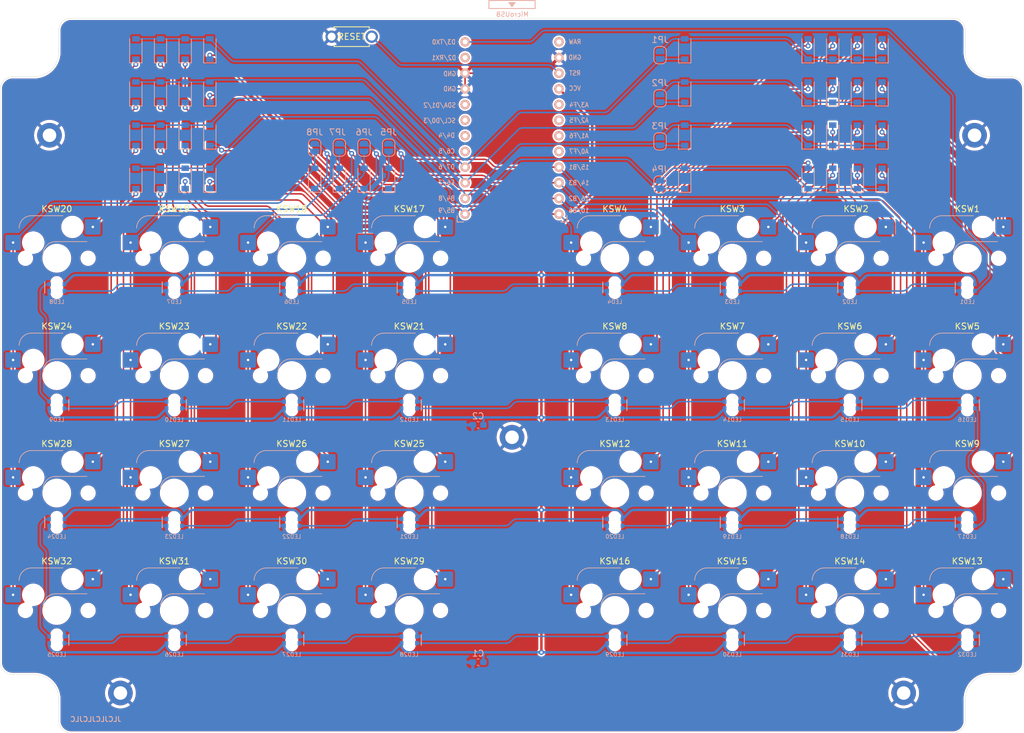
<source format=kicad_pcb>
(kicad_pcb (version 20211014) (generator pcbnew)
  (title_block (title "YUIOP32 Duplex Matrix") (date "2022-06-18") (rev "1") (company "KaoriYa"))
  (layers (0 "F.Cu" signal) (31 "B.Cu" signal) (34 "B.Paste" user) (35 "F.Paste" user) (36 "B.SilkS" user "B.Silkscreen") (37 "F.SilkS" user "F.Silkscreen") (38 "B.Mask" user) (39 "F.Mask" user) (44 "Edge.Cuts" user))
  (net 0 "")
  (net 1 "/ROW1B")
  (net 2 "Net-(D1-Pad2)")
  (net 3 "Net-(D2-Pad2)")
  (net 4 "Net-(D3-Pad2)")
  (net 5 "Net-(D4-Pad2)")
  (net 6 "/ROW2B")
  (net 7 "Net-(D5-Pad2)")
  (net 8 "Net-(D6-Pad2)")
  (net 9 "Net-(D7-Pad2)")
  (net 10 "Net-(D8-Pad2)")
  (net 11 "/ROW3B")
  (net 12 "Net-(D9-Pad2)")
  (net 13 "Net-(D10-Pad2)")
  (net 14 "Net-(D11-Pad2)")
  (net 15 "Net-(D12-Pad2)")
  (net 16 "/ROW4B")
  (net 17 "Net-(D13-Pad2)")
  (net 18 "Net-(D14-Pad2)")
  (net 19 "Net-(D15-Pad2)")
  (net 20 "Net-(D16-Pad2)")
  (net 21 "Net-(D17-Pad1)")
  (net 22 "/ROW1")
  (net 23 "Net-(D18-Pad1)")
  (net 24 "Net-(D19-Pad1)")
  (net 25 "Net-(D20-Pad1)")
  (net 26 "Net-(D21-Pad1)")
  (net 27 "/ROW2")
  (net 28 "Net-(D22-Pad1)")
  (net 29 "Net-(D23-Pad1)")
  (net 30 "Net-(D24-Pad1)")
  (net 31 "Net-(D25-Pad1)")
  (net 32 "/ROW3")
  (net 33 "Net-(D26-Pad1)")
  (net 34 "Net-(D27-Pad1)")
  (net 35 "Net-(D28-Pad1)")
  (net 36 "Net-(D29-Pad1)")
  (net 37 "/ROW4")
  (net 38 "Net-(D30-Pad1)")
  (net 39 "Net-(D31-Pad1)")
  (net 40 "Net-(D32-Pad1)")
  (net 41 "/COL1B")
  (net 42 "/COL1")
  (net 43 "/COL2B")
  (net 44 "/COL2")
  (net 45 "/COL3B")
  (net 46 "/COL3")
  (net 47 "/COL4B")
  (net 48 "/COL4")
  (net 49 "GND")
  (net 50 "Net-(LED1-Pad1)")
  (net 51 "VCC")
  (net 52 "/LED")
  (net 53 "Net-(LED2-Pad1)")
  (net 54 "Net-(LED3-Pad1)")
  (net 55 "Net-(LED4-Pad1)")
  (net 56 "Net-(LED5-Pad1)")
  (net 57 "Net-(LED6-Pad1)")
  (net 58 "Net-(LED7-Pad1)")
  (net 59 "Net-(LED8-Pad1)")
  (net 60 "Net-(LED10-Pad3)")
  (net 61 "Net-(LED10-Pad1)")
  (net 62 "Net-(LED11-Pad1)")
  (net 63 "Net-(LED12-Pad1)")
  (net 64 "Net-(LED13-Pad1)")
  (net 65 "Net-(LED14-Pad1)")
  (net 66 "Net-(LED15-Pad1)")
  (net 67 "Net-(LED16-Pad1)")
  (net 68 "Net-(LED17-Pad1)")
  (net 69 "Net-(LED18-Pad1)")
  (net 70 "Net-(LED19-Pad1)")
  (net 71 "Net-(LED20-Pad1)")
  (net 72 "Net-(LED21-Pad1)")
  (net 73 "Net-(LED22-Pad1)")
  (net 74 "Net-(LED23-Pad1)")
  (net 75 "Net-(LED24-Pad1)")
  (net 76 "Net-(LED25-Pad1)")
  (net 77 "Net-(LED26-Pad1)")
  (net 78 "Net-(LED27-Pad1)")
  (net 79 "Net-(LED28-Pad1)")
  (net 80 "Net-(LED29-Pad1)")
  (net 81 "Net-(LED30-Pad1)")
  (net 82 "Net-(LED31-Pad1)")
  (net 84 "/RESET")
  (footprint "yuiop:Cherry_MX_Hotswap_1.0u_v3" (layer "F.Cu") (at 204.76875 128.1)
    (fp_text reference "KSW14")
    (fp_text value "KEY_SWITCH")
  )
  (footprint "yuiop:D_SOD-123" (layer "F.Cu") (at 97 58 -90)
    (fp_text reference "D30" hide)
    (fp_text value "1N4148W" hide)
  )
  (footprint "yuiop:D_SOD-123" (layer "F.Cu") (at 202 44 -90)
    (fp_text reference "D7" hide)
    (fp_text value "1N4148W" hide)
  )
  (footprint "yuiop:LED_WS2812C-2020_BackMount_v2" (layer "F.Cu") (at 166.66875 113.8125)
    (fp_text reference "LED20")
    (fp_text value "WS2812C-2020")
  )
  (footprint "yuiop:D_SOD-123" (layer "F.Cu") (at 122 58 -90)
    (fp_text reference "D39" hide)
    (fp_text value "1N4148W" hide)
  )
  (footprint "yuiop:LED_WS2812C-2020_BackMount_v2" (layer "F.Cu") (at 204.76875 94.7625 180)
    (fp_text reference "LED15")
    (fp_text value "WS2812C-2020")
  )
  (footprint "yuiop:Cherry_MX_Hotswap_1.0u_v3" (layer "F.Cu") (at 166.66875 90)
    (fp_text reference "KSW8")
    (fp_text value "KEY_SWITCH")
  )
  (footprint "yuiop:LED_WS2812C-2020_BackMount_v2" (layer "F.Cu") (at 185.71875 113.8125)
    (fp_text reference "LED19")
    (fp_text value "WS2812C-2020")
  )
  (footprint "yuiop:D_SOD-123" (layer "F.Cu") (at 101 51 -90)
    (fp_text reference "D25" hide)
    (fp_text value "1N4148W" hide)
  )
  (footprint "yuiop:D_SOD-123" (layer "F.Cu") (at 101 37 -90)
    (fp_text reference "D17" hide)
    (fp_text value "1N4148W" hide)
  )
  (footprint "yuiop:D_SOD-123" (layer "F.Cu") (at 93 44 -90)
    (fp_text reference "D23" hide)
    (fp_text value "1N4148W" hide)
  )
  (footprint "yuiop:LED_WS2812C-2020_BackMount_v2" (layer "F.Cu") (at 223.81875 75.7125)
    (fp_text reference "LED1")
    (fp_text value "WS2812C-2020")
  )
  (footprint "yuiop:D_SOD-123" (layer "F.Cu") (at 93 37 -90)
    (fp_text reference "D19" hide)
    (fp_text value "1N4148W" hide)
  )
  (footprint "yuiop:D_SOD-123" (layer "F.Cu") (at 210 37 -90)
    (fp_text reference "D1" hide)
    (fp_text value "1N4148W" hide)
  )
  (footprint "yuiop:D_SOD-123" (layer "F.Cu") (at 206 58 -90)
    (fp_text reference "D14" hide)
    (fp_text value "1N4148W" hide)
  )
  (footprint "yuiop:Hole_2.2_4" (layer "F.Cu") (at 213.5 141.5)
    (fp_text reference "H4" hide)
    (fp_text value "MountingHole_Pad" hide)
  )
  (footprint "yuiop:D_SOD-123" (layer "F.Cu") (at 118 58 -90)
    (fp_text reference "D40" hide)
    (fp_text value "1N4148W" hide)
  )
  (footprint "yuiop:D_SOD-123" (layer "F.Cu") (at 198 58 -90)
    (fp_text reference "D16" hide)
    (fp_text value "1N4148W" hide)
  )
  (footprint "yuiop:D_SOD-123" (layer "F.Cu") (at 126 58 -90)
    (fp_text reference "D38" hide)
    (fp_text value "1N4148W" hide)
  )
  (footprint "yuiop:LED_WS2812C-2020_BackMount_v2" (layer "F.Cu") (at 76.18125 94.7625 180)
    (fp_text reference "LED9")
    (fp_text value "WS2812C-2020")
  )
  (footprint "yuiop:D_SOD-123" (layer "F.Cu") (at 178 37 -90)
    (fp_text reference "D33" hide)
    (fp_text value "1N4148W" hide)
  )
  (footprint "yuiop:Cherry_MX_Hotswap_1.0u_v3" (layer "F.Cu") (at 223.81875 109.05)
    (fp_text reference "KSW9")
    (fp_text value "KEY_SWITCH")
  )
  (footprint "yuiop:Cherry_MX_Hotswap_1.0u_v3" (layer "F.Cu") (at 223.81875 90)
    (fp_text reference "KSW5")
    (fp_text value "KEY_SWITCH")
  )
  (footprint "yuiop:D_SOD-123" (layer "F.Cu") (at 89 51 -90)
    (fp_text reference "D28" hide)
    (fp_text value "1N4148W" hide)
  )
  (footprint "yuiop:ResetSW_2_1side" (layer "F.Cu") (at 124 35)
    (fp_text reference "RSW1" hide)
    (fp_text value "RESET")
  )
  (footprint "yuiop:LED_WS2812C-2020_BackMount_v2" (layer "F.Cu") (at 166.66875 94.7625 180)
    (fp_text reference "LED13")
    (fp_text value "WS2812C-2020")
  )
  (footprint "yuiop:Cherry_MX_Hotswap_1.0u_v3" (layer "F.Cu") (at 185.71875 70.95)
    (fp_text reference "KSW3")
    (fp_text value "KEY_SWITCH")
  )
  (footprint "yuiop:Cherry_MX_Hotswap_1.0u_v3" (layer "F.Cu") (at 114.28125 109.05)
    (fp_text reference "KSW26")
    (fp_text value "KEY_SWITCH")
  )
  (footprint "yuiop:D_SOD-123" (layer "F.Cu") (at 210 51 -90)
    (fp_text reference "D9" hide)
    (fp_text value "1N4148W" hide)
  )
  (footprint "yuiop:Cherry_MX_Hotswap_1.0u_v3" (layer "F.Cu") (at 76.18125 90)
    (fp_text reference "KSW24")
    (fp_text value "KEY_SWITCH")
  )
  (footprint "yuiop:LED_WS2812C-2020_BackMount_v2" (layer "F.Cu") (at 114.28125 75.7125)
    (fp_text reference "LED6")
    (fp_text value "WS2812C-2020")
  )
  (footprint "yuiop:Cherry_MX_Hotswap_1.0u_v3" (layer "F.Cu") (at 185.71875 128.1)
    (fp_text reference "KSW15")
    (fp_text value "KEY_SWITCH")
  )
  (footprint "yuiop:Cherry_MX_Hotswap_1.0u_v3" (layer "F.Cu") (at 133.33125 128.1)
    (fp_text reference "KSW29")
    (fp_text value "KEY_SWITCH")
  )
  (footprint "yuiop:Cherry_MX_Hotswap_1.0u_v3" (layer "F.Cu") (at 95.23125 90)
    (fp_text reference "KSW23")
    (fp_text value "KEY_SWITCH")
  )
  (footprint "yuiop:LED_WS2812C-2020_BackMount_v2" (layer "F.Cu") (at 133.33125 94.7625 180)
    (fp_text reference "LED12")
    (fp_text value "WS2812C-2020")
  )
  (footprint "yuiop:Cherry_MX_Hotswap_1.0u_v3" (layer "F.Cu") (at 133.33125 90)
    (fp_text reference "KSW21")
    (fp_text value "KEY_SWITCH")
  )
  (footprint "yuiop:LED_WS2812C-2020_BackMount_v2" (layer "F.Cu") (at 95.23125 132.8625 180)
    (fp_text reference "LED26")
    (fp_text value "WS2812C-2020")
  )
  (footprint "yuiop:Cherry_MX_Hotswap_1.0u_v3" (layer "F.Cu") (at 95.23125 70.95)
    (fp_text reference "KSW19")
    (fp_text value "KEY_SWITCH")
  )
  (footprint "yuiop:LED_WS2812C-2020_BackMount_v2" (layer "F.Cu") (at 76.18125 132.8625 180)
    (fp_text reference "LED25")
    (fp_text value "WS2812C-2020")
  )
  (footprint "yuiop:Cherry_MX_Hotswap_1.0u_v3" (layer "F.Cu") (at 114.28125 128.1)
    (fp_text reference "KSW30")
    (fp_text value "KEY_SWITCH")
  )
  (footprint "yuiop:D_SOD-123" (layer "F.Cu") (at 89 58 -90)
    (fp_text reference "D32" hide)
    (fp_text value "1N4148W" hide)
  )
  (footprint "yuiop:Cherry_MX_Hotswap_1.0u_v3" (layer "F.Cu") (at 76.18125 70.95)
    (fp_text reference "KSW20")
    (fp_text value "KEY_SWITCH")
  )
  (footprint "yuiop:D_SOD-123" (layer "F.Cu") (at 198 51 -90)
    (fp_text reference "D12" hide)
    (fp_text value "1N4148W" hide)
  )
  (footprint "yuiop:D_SOD-123" (layer "F.Cu") (at 97 44 -90)
    (fp_text reference "D22" hide)
    (fp_text value "1N4148W" hide)
  )
  (footprint "yuiop:Cherry_MX_Hotswap_1.0u_v3" (layer "F.Cu") (at 204.76875 109.05)
    (fp_text reference "KSW10")
    (fp_text value "KEY_SWITCH")
  )
  (footprint "yuiop:Cherry_MX_Hotswap_1.0u_v3" (layer "F.Cu") (at 185.71875 90)
    (fp_text reference "KSW7")
    (fp_text value "KEY_SWITCH")
  )
  (footprint "yuiop:Cherry_MX_Hotswap_1.0u_v3" (layer "F.Cu") (at 223.81875 128.1)
    (fp_text reference "KSW13")
    (fp_text value "KEY_SWITCH")
  )
  (footprint "yuiop:Cherry_MX_Hotswap_1.0u_v3" (layer "F.Cu") (at 114.28125 70.95)
    (fp_text reference "KSW18")
    (fp_text value "KEY_SWITCH")
  )
  (footprint "yuiop:Cherry_MX_Hotswap_1.0u_v3" (layer "F.Cu") (at 223.81875 70.95)
    (fp_text reference "KSW1")
    (fp_text value "KEY_SWITCH")
  )
  (footprint "yuiop:Hole_2.2_4" (layer "F.Cu") (at 75 51)
    (fp_text reference "H1" hide)
    (fp_text value "MountingHole_Pad" hide)
  )
  (footprint "yuiop:LED_WS2812C-2020_BackMount_v2" (layer "F.Cu") (at 223.81875 113.8125)
    (fp_text reference "LED17")
    (fp_text value "WS2812C-2020")
  )
  (footprint "yuiop:Cherry_MX_Hotswap_1.0u_v3" (layer "F.Cu") (at 166.66875 70.95)
    (fp_text reference "KSW4")
    (fp_text value "KEY_SWITCH")
  )
  (footprint "yuiop:D_SOD-123" (layer "F.Cu") (at 198 37 -90)
    (fp_text reference "D4" hide)
    (fp_text value "1N4148W" hide)
  )
  (footprint "yuiop:Cherry_MX_Hotswap_1.0u_v3" (layer "F.Cu") (at 76.18125 128.1)
    (fp_text reference "KSW32")
    (fp_text value "KEY_SWITCH")
  )
  (footprint "yuiop:D_SOD-123" (layer "F.Cu") (at 93 51 -90)
    (fp_text reference "D27" hide)
    (fp_text value "1N4148W" hide)
  )
  (footprint "yuiop:D_SOD-123" (layer "F.Cu") (at 178 58 -90)
    (fp_text reference "D36" hide)
    (fp_text value "1N4148W" hide)
  )
  (footprint "yuiop:LED_WS2812C-2020_BackMount_v2" (layer "F.Cu") (at 76.18125 75.7125)
    (fp_text reference "LED8")
    (fp_text value "WS2812C-2020")
  )
  (footprint "yuiop:LED_WS2812C-2020_BackMount_v2" (layer "F.Cu") (at 166.66875 75.7125)
    (fp_text reference "LED4")
    (fp_text value "WS2812C-2020")
  )
  (footprint "yuiop:LED_WS2812C-2020_BackMount_v2" (layer "F.Cu") (at 185.71875 75.7125)
    (fp_text reference "LED3")
    (fp_text value "WS2812C-2020")
  )
  (footprint "yuiop:LED_WS2812C-2020_BackMount_v2" (layer "F.Cu") (at 95.23125 113.8125)
    (fp_text reference "LED23")
    (fp_text value "WS2812C-2020")
  )
  (footprint "yuiop:LED_WS2812C-2020_BackMount_v2" (layer "F.Cu") (at 95.23125 94.7625 180)
    (fp_text reference "LED10")
    (fp_text value "WS2812C-2020")
  )
  (footprint "yuiop:LED_WS2812C-2020_BackMount_v2" (layer "F.Cu") (at 133.33125 132.8625 180)
    (fp_text reference "LED28")
    (fp_text value "WS2812C-2020")
  )
  (footprint "yuiop:Cherry_MX_Hotswap_1.0u_v3" (layer "F.Cu") (at 95.23125 128.1)
    (fp_text reference "KSW31")
    (fp_text value "KEY_SWITCH")
  )
  (footprint "yuiop:LED_WS2812C-2020_BackMount_v2" (layer "F.Cu") (at 76.18125 113.8125)
    (fp_text reference "LED24")
    (fp_text value "WS2812C-2020")
  )
  (footprint "yuiop:Cherry_MX_Hotswap_1.0u_v3" (layer "F.Cu") (at 185.71875 109.05)
    (fp_text reference "KSW11")
    (fp_text value "KEY_SWITCH")
  )
  (footprint "yuiop:D_SOD-123" (layer "F.Cu") (at 101 44 -90)
    (fp_text reference "D21" hide)
    (fp_text value "1N4148W" hide)
  )
  (footprint "yuiop:D_SOD-123" (layer "F.Cu") (at 178 44 -90)
    (fp_text reference "D34" hide)
    (fp_text value "1N4148W" hide)
  )
  (footprint "yuiop:Hole_2.2_4" (layer "F.Cu") (at 86.5 141.5)
    (fp_text reference "H3" hide)
    (fp_text value "MountingHole_Pad" hide)
  )
  (footprint "yuiop:D_SOD-123" (layer "F.Cu") (at 93 58 -90)
    (fp_text reference "D31" hide)
    (fp_text value "1N4148W" hide)
  )
  (footprint "yuiop:D_SOD-123" (layer "F.Cu") (at 202 58 -90)
    (fp_text reference "D15" hide)
    (fp_text value "1N4148W" hide)
  )
  (footprint "yuiop:D_SOD-123" (layer "F.Cu") (at 101 58 -90)
    (fp_text reference "D29" hide)
    (fp_text value "1N4148W" hide)
  )
  (footprint "yuiop:LED_WS2812C-2020_BackMount_v2" (layer "F.Cu") (at 95.23125 75.7125)
    (fp_text reference "LED7")
    (fp_text value "WS2812C-2020")
  )
  (footprint "yuiop:D_SOD-123" (layer "F.Cu") (at 178 51 -90)
    (fp_text reference "D35" hide)
    (fp_text value "1N4148W" hide)
  )
  (footprint "yuiop:D_SOD-123" (layer "F.Cu") (at 210 58 -90)
    (fp_text reference "D13" hide)
    (fp_text value "1N4148W" hide)
  )
  (footprint "yuiop:Cherry_MX_Hotswap_1.0u_v3" (layer "F.Cu") (at 204.76875 70.95)
    (fp_text reference "KSW2")
    (fp_text value "KEY_SWITCH")
  )
  (footprint "yuiop:LED_WS2812C-2020_BackMount_v2" (layer "F.Cu") (at 133.33125 75.7125)
    (fp_text reference "LED5")
    (fp_text value "WS2812C-2020")
  )
  (footprint "yuiop:Cherry_MX_Hotswap_1.0u_v3" (layer "F.Cu") (at 133.33125 109.05)
    (fp_text reference "KSW25")
    (fp_text value "KEY_SWITCH")
  )
  (footprint "yuiop:Cherry_MX_Hotswap_1.0u_v3" (layer "F.Cu") (at 95.23125 109.05)
    (fp_text reference "KSW27")
    (fp_text value "KEY_SWITCH")
  )
  (footprint "yuiop:LED_WS2812C-2020_BackMount_v2" (layer "F.Cu") (at 166.66875 132.8625 180)
    (fp_text reference "LED29")
    (fp_text value "WS2812C-2020")
  )
  (footprint "yuiop:LED_WS2812C-2020_BackMount_v2" (layer "F.Cu") (at 185.71875 132.8625 180)
    (fp_text reference "LED30")
    (fp_text value "WS2812C-2020")
  )
  (footprint "yuiop:Hole_2.2_4" (layer "F.Cu") (at 150 100)
    (fp_text reference "H5" hide)
    (fp_text value "MountingHole_Pad" hide)
  )
  (footprint "yuiop:Cherry_MX_Hotswap_1.0u_v3" (layer "F.Cu") (at 76.18125 109.05)
    (fp_text reference "KSW28")
    (fp_text value "KEY_SWITCH")
  )
  (footprint "yuiop:LED_WS2812C-2020_BackMount_v2" (layer "F.Cu") (at 204.76875 75.7125)
    (fp_text reference "LED2")
    (fp_text value "WS2812C-2020")
  )
  (footprint "yuiop:D_SOD-123" (layer "F.Cu") (at 130 58 -90)
    (fp_text reference "D37" hide)
    (fp_text value "1N4148W" hide)
  )
  (footprint "yuiop:LED_WS2812C-2020_BackMount_v2" (layer "F.Cu") (at 114.28125 94.7625 180)
    (fp_text reference "LED11")
    (fp_text value "WS2812C-2020")
  )
  (footprint "yuiop:D_SOD-123" (layer "F.Cu") (at 202 51 -90)
    (fp_text reference "D11" hide)
    (fp_text value "1N4148W" hide)
  )
  (footprint "yuiop:D_SOD-123" (layer "F.Cu") (at 210 44 -90)
    (fp_text reference "D5" hide)
    (fp_text value "1N4148W" hide)
  )
  (footprint "yuiop:D_SOD-123" (layer "F.Cu") (at 198 44 -90)
    (fp_text reference "D8" hide)
    (fp_text value "1N4148W" hide)
  )
  (footprint "yuiop:D_SOD-123" (layer "F.Cu") (at 206 37 -90)
    (fp_text reference "D2" hide)
    (fp_text value "1N4148W" hide)
  )
  (footprint "yuiop:LED_WS2812C-2020_BackMount_v2" (layer "F.Cu") (at 114.28125 132.8625 180)
    (fp_text reference "LED27")
    (fp_text value "WS2812C-2020")
  )
  (footprint "yuiop:LED_WS2812C-2020_BackMount_v2" (layer "F.Cu") (at 204.76875 113.8125)
    (fp_text reference "LED18")
    (fp_text value "WS2812C-2020")
  )
  (footprint "yuiop:D_SOD-123" (layer "F.Cu") (at 97 51 -90)
    (fp_text reference "D26" hide)
    (fp_text value "1N4148W" hide)
  )
  (footprint "yuiop:D_SOD-123" (layer "F.Cu") (at 89 44 -90)
    (fp_text reference "D24" hide)
    (fp_text value "1N4148W" hide)
  )
  (footprint "yuiop:LED_WS2812C-2020_BackMount_v2" (layer "F.Cu") (at 223.81875 94.7625 180)
    (fp_text reference "LED16")
    (fp_text value "WS2812C-2020")
  )
  (footprint "yuiop:Cherry_MX_Hotswap_1.0u_v3" (layer "F.Cu") (at 166.66875 109.05)
    (fp_text reference "KSW12")
    (fp_text value "KEY_SWITCH")
  )
  (footprint "yuiop:Hole_2.2_4" (layer "F.Cu") (at 225 51)
    (fp_text reference "H2" hide)
    (fp_text value "MountingHole_Pad" hide)
  )
  (footprint "yuiop:D_SOD-123" (layer "F.Cu") (at 202 37 -90)
    (fp_text reference "D3" hide)
    (fp_text value "1N4148W" hide)
  )
  (footprint "yuiop:Cherry_MX_Hotswap_1.0u_v3" (layer "F.Cu") (at 114.28125 90)
    (fp_text reference "KSW22")
    (fp_text value "KEY_SWITCH")
  )
  (footprint "yuiop:Cherry_MX_Hotswap_1.0u_v3" (layer "F.Cu") (at 166.66875 128.1)
    (fp_text reference "KSW16")
    (fp_text value "KEY_SWITCH")
  )
  (footprint "yuiop:D_SOD-123" (layer "F.Cu") (at 89 37 -90)
    (fp_text reference "D20" hide)
    (fp_text value "1N4148W" hide)
  )
  (footprint "yuiop:Cherry_MX_Hotswap_1.0u_v3" (layer "F.Cu") (at 133.33125 70.95)
    (fp_text reference "KSW17")
    (fp_text value "KEY_SWITCH")
  )
  (footprint "yuiop:LED_WS2812C-2020_BackMount_v2" (layer "F.Cu") (at 204.76875 132.8625 180)
    (fp_text reference "LED31")
    (fp_text value "WS2812C-2020")
  )
  (footprint "yuiop:LED_WS2812C-2020_BackMount_v2" (layer "F.Cu") (at 133.33125 113.8125)
    (fp_text reference "LED21")
    (fp_text value "WS2812C-2020")
  )
  (footprint "yuiop:Cherry_MX_Hotswap_1.0u_v3" (layer "F.Cu") (at 204.76875 90)
    (fp_text reference "KSW6")
    (fp_text value "KEY_SWITCH")
  )
  (footprint "yuiop:D_SOD-123" (layer "F.Cu") (at 206 51 -90)
    (fp_text reference "D10" hide)
    (fp_text value "1N4148W" hide)
  )
  (footprint "yuiop:LED_WS2812C-2020_BackMount_v2" (layer "F.Cu") (at 223.81875 132.8625 180)
    (fp_text reference "LED32")
    (fp_text value "WS2812C-2020")
  )
  (footprint "yuiop:LED_WS2812C-2020_BackMount_v2" (layer "F.Cu") (at 114.28125 113.8125)
    (fp_text reference "LED22")
    (fp_text value "WS2812C-2020")
  )
  (footprint "yuiop:LED_WS2812C-2020_BackMount_v2" (layer "F.Cu") (at 185.71875 94.7625 180)
    (fp_text reference "LED14")
    (fp_text value "WS2812C-2020")
  )
  (footprint "yuiop:D_SOD-123" (layer "F.Cu") (at 206 44 -90)
    (fp_text reference "D6" hide)
    (fp_text value "1N4148W" hide)
  )
  (footprint "yuiop:D_SOD-123" (layer "F.Cu") (at 97 37 -90)
    (fp_text reference "D18" hide)
    (fp_text value "1N4148W" hide)
  )
  (footprint "Jumper:SolderJumper-2_P1.3mm_Open_RoundedPad1.0x1.5mm" (layer "B.Cu") (at 174 45 90)
    (fp_text reference "JP2")
    (fp_text value "SolderJumper_2_Open" hide)
  )
  (footprint "Jumper:SolderJumper-2_P1.3mm_Open_RoundedPad1.0x1.5mm" (layer "B.Cu") (at 118 53 -90)
    (fp_text reference "JP8")
    (fp_text value "SolderJumper_2_Open" hide)
  )
  (footprint "Jumper:SolderJumper-2_P1.3mm_Open_RoundedPad1.0x1.5mm" (layer "B.Cu") (at 174 38 90)
    (fp_text reference "JP1")
    (fp_text value "SolderJumper_2_Open" hide)
  )
  (footprint "Jumper:SolderJumper-2_P1.3mm_Open_RoundedPad1.0x1.5mm" (layer "B.Cu") (at 130 53 -90)
    (fp_text reference "JP5")
    (fp_text value "SolderJumper_2_Open" hide)
  )
  (footprint "kbd:ProMicro_v3.5" (layer "B.Cu") (at 150 50.325 180)
    (fp_text reference "U1" hide)
    (fp_text value "ProMicro" hide)
  )
  (footprint "Jumper:SolderJumper-2_P1.3mm_Open_RoundedPad1.0x1.5mm" (layer "B.Cu") (at 122 53 -90)
    (fp_text reference "JP7")
    (fp_text value "SolderJumper_2_Open" hide)
  )
  (footprint "Capacitor_SMD:C_0603_1608Metric_Pad1.08x0.95mm_HandSolder" (layer "B.Cu") (at 144.5 98 180)
    (fp_text reference "C2")
    (fp_text value "C")
  )
  (footprint "Jumper:SolderJumper-2_P1.3mm_Open_RoundedPad1.0x1.5mm" (layer "B.Cu") (at 126 53 -90)
    (fp_text reference "JP6")
    (fp_text value "SolderJumper_2_Open" hide)
  )
  (footprint "Jumper:SolderJumper-2_P1.3mm_Open_RoundedPad1.0x1.5mm" (layer "B.Cu") (at 174 52 90)
    (fp_text reference "JP3")
    (fp_text value "SolderJumper_2_Open" hide)
  )
  (footprint "Jumper:SolderJumper-2_P1.3mm_Open_RoundedPad1.0x1.5mm" (layer "B.Cu") (at 174 59 90)
    (fp_text reference "JP4")
    (fp_text value "SolderJumper_2_Open" hide)
  )
  (footprint "Capacitor_SMD:C_0603_1608Metric_Pad1.08x0.95mm_HandSolder" (layer "B.Cu") (at 144.5 136.5 180)
    (fp_text reference "C1")
    (fp_text value "C")
  )
  (gr_line (start 231 41.5) (end 227.5 41.5) (layer "Edge.Cuts") (width 0.05))
  (gr_arc (start 231 41.5) (mid 232.414214 42.085786) (end 233 43.5) (layer "Edge.Cuts") (width 0.05))
  (gr_arc (start 78.5 148) (mid 77.085786 147.414214) (end 76.5 146) (layer "Edge.Cuts") (width 0.05))
  (gr_line (start 227.5 138.5) (end 231 138.5) (layer "Edge.Cuts") (width 0.05))
  (gr_arc (start 233 136.5) (mid 232.414214 137.914214) (end 231 138.5) (layer "Edge.Cuts") (width 0.05))
  (gr_line (start 78.5 148) (end 221.5 148) (layer "Edge.Cuts") (width 0.05))
  (gr_arc (start 76.5 37.5) (mid 75.328427 40.328427) (end 72.5 41.5) (layer "Edge.Cuts") (width 0.05))
  (gr_arc (start 223.5 142.5) (mid 224.671573 139.671573) (end 227.5 138.5) (layer "Edge.Cuts") (width 0.05))
  (gr_arc (start 67 43.5) (mid 67.585786 42.085786) (end 69 41.5) (layer "Edge.Cuts") (width 0.05))
  (gr_arc (start 76.5 34) (mid 77.085786 32.585786) (end 78.5 32) (layer "Edge.Cuts") (width 0.05))
  (gr_line (start 221.5 32) (end 78.5 32) (layer "Edge.Cuts") (width 0.05))
  (gr_arc (start 223.5 146) (mid 222.914214 147.414214) (end 221.5 148) (layer "Edge.Cuts") (width 0.05))
  (gr_line (start 72.5 41.5) (end 69 41.5) (layer "Edge.Cuts") (width 0.05))
  (gr_arc (start 221.5 32) (mid 222.914214 32.585786) (end 223.5 34) (layer "Edge.Cuts") (width 0.05))
  (gr_arc (start 227.5 41.5) (mid 224.671573 40.328427) (end 223.5 37.5) (layer "Edge.Cuts") (width 0.05))
  (gr_line (start 69 138.5) (end 72.5 138.5) (layer "Edge.Cuts") (width 0.05))
  (gr_line (start 76.5 142.5) (end 76.5 146) (layer "Edge.Cuts") (width 0.05))
  (gr_line (start 233 136.5) (end 233 43.5) (layer "Edge.Cuts") (width 0.05))
  (gr_line (start 223.5 146) (end 223.5 142.5) (layer "Edge.Cuts") (width 0.05))
  (gr_arc (start 72.5 138.5) (mid 75.328427 139.671573) (end 76.5 142.5) (layer "Edge.Cuts") (width 0.05))
  (gr_line (start 67 43.5) (end 67 136.5) (layer "Edge.Cuts") (width 0.05))
  (gr_arc (start 69 138.5) (mid 67.585786 137.914214) (end 67 136.5) (layer "Edge.Cuts") (width 0.05))
  (gr_line (start 76.5 34) (end 76.5 37.5) (layer "Edge.Cuts") (width 0.05))
  (gr_line (start 223.5 37.5) (end 223.5 34) (layer "Edge.Cuts") (width 0.05))
  (gr_text "JLCJLCJLCJLC" (at 82.5 145.75) (layer "B.SilkS") (effects (font (size 0.8 0.8)) (justify mirror)))
  (segment (start 198 38.65) (end 202 38.65) (width 0.25) (layer "B.Cu") (net 1))
  (segment (start 202 38.65) (end 206 38.65) (width 0.25) (layer "B.Cu") (net 1))
  (segment (start 206 38.65) (end 210 38.65) (width 0.25) (layer "B.Cu") (net 1))
  (segment (start 178 35.35) (end 176.414214 35.35) (width 0.25) (layer "B.Cu") (net 1))
  (segment (start 175.707107 35.642893) (end 174 37.35) (width 0.25) (layer "B.Cu") (net 1))
  (segment (start 194.992893 35.642893) (end 198 38.65) (width 0.25) (layer "B.Cu") (net 1))
  (segment (start 178 35.35) (end 194.285786 35.35) (width 0.25) (layer "B.Cu") (net 1))
  (arc (start 194.992893 35.642893) (mid 194.66847 35.42612) (end 194.285786 35.35) (width 0.25) (layer "B.Cu") (net 1))
  (arc (start 176.414214 35.35) (mid 176.031531 35.42612) (end 175.707107 35.642893) (width 0.25) (layer "B.Cu") (net 1))
  (segment (start 229.66075 65.87) (end 229.66075 61.074964) (width 0.25) (layer "F.Cu") (net 2))
  (segment (start 229.367857 60.367857) (end 212.292893 43.292893) (width 0.25) (layer "F.Cu") (net 2))
  (segment (start 212 42.585786) (end 212 38.914214) (width 0.25) (layer "F.Cu") (net 2))
  (segment (start 211.707107 38.207107) (end 210 36.5) (width 0.25) (layer "F.Cu") (net 2))
  (via (at 210 36.5) (size 0.8) (drill 0.4) (layers "F.Cu" "B.Cu") (net 2))
  (arc (start 229.66075 61.074964) (mid 229.58463 60.692281) (end 229.367857 60.367857) (width 0.25) (layer "F.Cu") (net 2))
  (arc (start 212.292893 43.292893) (mid 212.07612 42.96847) (end 212 42.585786) (width 0.25) (layer "F.Cu") (net 2))
  (arc (start 212 38.914214) (mid 211.92388 38.531531) (end 211.707107 38.207107) (width 0.25) (layer "F.Cu") (net 2))
  (segment (start 210 36.5) (end 210 35.35) (width 0.25) (layer "B.Cu") (net 2))
  (segment (start 203 60.085786) (end 203 39.914214) (width 0.25) (layer "F.Cu") (net 3))
  (segment (start 210.61075 65.87) (end 210.61075 65.404589) (width 0.25) (layer "F.Cu") (net 3))
  (segment (start 205.707107 63.207107) (end 203.292893 60.792893) (width 0.25) (layer "F.Cu") (net 3))
  (segment (start 210.317857 64.697482) (end 209.413268 63.792893) (width 0.25) (layer "F.Cu") (net 3))
  (segment (start 203.292893 39.207107) (end 206 36.5) (width 0.25) (layer "F.Cu") (net 3))
  (segment (start 208.706161 63.5) (end 206.414214 63.5) (width 0.25) (layer "F.Cu") (net 3))
  (via (at 206 36.5) (size 0.8) (drill 0.4) (layers "F.Cu" "B.Cu") (net 3))
  (arc (start 209.413268 63.792893) (mid 209.088845 63.57612) (end 208.706161 63.5) (width 0.25) (layer "F.Cu") (net 3))
  (arc (start 205.707107 63.207107) (mid 206.03153 63.42388) (end 206.414214 63.5) (width 0.25) (layer "F.Cu") (net 3))
  (arc (start 203.292893 39.207107) (mid 203.07612 39.53153) (end 203 39.914214) (width 0.25) (layer "F.Cu") (net 3))
  (arc (start 203.292893 60.792893) (mid 203.07612 60.46847) (end 203 60.085786) (width 0.25) (layer "F.Cu") (net 3))
  (arc (start 210.317857 64.697482) (mid 210.53463 65.021905) (end 210.61075 65.404589) (width 0.25) (layer "F.Cu") (net 3))
  (segment (start 206 36.5) (end 206 35.35) (width 0.25) (layer "B.Cu") (net 3))
  (segment (start 200 54.585786) (end 200 38.914214) (width 0.25) (layer "F.Cu") (net 4))
  (segment (start 193.5 63.516536) (end 193.5 61.914214) (width 0.25) (layer "F.Cu") (net 4))
  (segment (start 191.56075 65.87) (end 193.207107 64.223643) (width 0.25) (layer "F.Cu") (net 4))
  (segment (start 200.292893 38.207107) (end 202 36.5) (width 0.25) (layer "F.Cu") (net 4))
  (segment (start 193.792893 61.207107) (end 199.707107 55.292893) (width 0.25) (layer "F.Cu") (net 4))
  (via (at 202 36.5) (size 0.8) (drill 0.4) (layers "F.Cu" "B.Cu") (net 4))
  (arc (start 193.5 61.914214) (mid 193.57612 61.531531) (end 193.792893 61.207107) (width 0.25) (layer "F.Cu") (net 4))
  (arc (start 200 38.914214) (mid 200.07612 38.531531) (end 200.292893 38.207107) (width 0.25) (layer "F.Cu") (net 4))
  (arc (start 200 54.585786) (mid 199.92388 54.968469) (end 199.707107 55.292893) (width 0.25) (layer "F.Cu") (net 4))
  (arc (start 193.5 63.516536) (mid 193.42388 63.899219) (end 193.207107 64.223643) (width 0.25) (layer "F.Cu") (net 4))
  (segment (start 202 36.5) (end 202 35.35) (width 0.25) (layer "B.Cu") (net 4))
  (segment (start 198 36.5) (end 196.414214 36.5) (width 0.25) (layer "F.Cu") (net 5))
  (segment (start 172.51075 60.403464) (end 172.51075 65.87) (width 0.25) (layer "F.Cu") (net 5))
  (segment (start 195.707107 36.792893) (end 172.803643 59.696357) (width 0.25) (layer "F.Cu") (net 5))
  (via (at 198 36.5) (size 0.8) (drill 0.4) (layers "F.Cu" "B.Cu") (net 5))
  (arc (start 196.414214 36.5) (mid 196.031531 36.57612) (end 195.707107 36.792893) (width 0.25) (layer "F.Cu") (net 5))
  (arc (start 172.803643 59.696357) (mid 172.58687 60.02078) (end 172.51075 60.403464) (width 0.25) (layer "F.Cu") (net 5))
  (segment (start 198 36.5) (end 198 35.35) (width 0.25) (layer "B.Cu") (net 5))
  (segment (start 206 45.65) (end 210 45.65) (width 0.25) (layer "B.Cu") (net 6))
  (segment (start 178 42.35) (end 194.285786 42.35) (width 0.25) (layer "B.Cu") (net 6))
  (segment (start 194.992893 42.642893) (end 198 45.65) (width 0.25) (layer "B.Cu") (net 6))
  (segment (start 176.414214 42.35) (end 178 42.35) (width 0.25) (layer "B.Cu") (net 6))
  (segment (start 198 45.65) (end 202 45.65) (width 0.25) (layer "B.Cu") (net 6))
  (segment (start 202 45.65) (end 206 45.65) (width 0.25) (layer "B.Cu") (net 6))
  (segment (start 174 44.35) (end 175.707107 42.642893) (width 0.25) (layer "B.Cu") (net 6))
  (arc (start 175.707107 42.642893) (mid 176.03153 42.42612) (end 176.414214 42.35) (width 0.25) (layer "B.Cu") (net 6))
  (arc (start 194.285786 42.35) (mid 194.668469 42.42612) (end 194.992893 42.642893) (width 0.25) (layer "B.Cu") (net 6))
  (segment (start 230.707107 83.873643) (end 229.66075 84.92) (width 0.25) (layer "F.Cu") (net 7))
  (segment (start 228.792893 66.88194) (end 230.707107 68.796154) (width 0.25) (layer "F.Cu") (net 7))
  (segment (start 231 69.503261) (end 231 83.166536) (width 0.25) (layer "F.Cu") (net 7))
  (segment (start 228.5 62.414214) (end 228.5 66.174833) (width 0.25) (layer "F.Cu") (net 7))
  (segment (start 210 43.5) (end 228.207107 61.707107) (width 0.25) (layer "F.Cu") (net 7))
  (via (at 210 43.5) (size 0.8) (drill 0.4) (layers "F.Cu" "B.Cu") (net 7))
  (arc (start 228.792893 66.88194) (mid 228.57612 66.557517) (end 228.5 66.174833) (width 0.25) (layer "F.Cu") (net 7))
  (arc (start 230.707107 68.796154) (mid 230.92388 69.120577) (end 231 69.503261) (width 0.25) (layer "F.Cu") (net 7))
  (arc (start 231 83.166536) (mid 230.92388 83.549219) (end 230.707107 83.873643) (width 0.25) (layer "F.Cu") (net 7))
  (arc (start 228.207107 61.707107) (mid 228.42388 62.03153) (end 228.5 62.414214) (width 0.25) (layer "F.Cu") (net 7))
  (segment (start 210 43.5) (end 210 42.35) (width 0.25) (layer "B.Cu") (net 7))
  (segment (start 206.207107 62.207107) (end 204.292893 60.292893) (width 0.25) (layer "F.Cu") (net 8))
  (segment (start 211.707107 64.707107) (end 209.792893 62.792893) (width 0.25) (layer "F.Cu") (net 8))
  (segment (start 204.292893 45.207107) (end 206 43.5) (width 0.25) (layer "F.Cu") (net 8))
  (segment (start 204 59.585786) (end 204 45.914214) (width 0.25) (layer "F.Cu") (net 8))
  (segment (start 209.085786 62.5) (end 206.914214 62.5) (width 0.25) (layer "F.Cu") (net 8))
  (segment (start 210.61075 84.92) (end 211.707107 83.823643) (width 0.25) (layer "F.Cu") (net 8))
  (segment (start 212 83.116536) (end 212 65.414214) (width 0.25) (layer "F.Cu") (net 8))
  (via (at 206 43.5) (size 0.8) (drill 0.4) (layers "F.Cu" "B.Cu") (net 8))
  (arc (start 204.292893 45.207107) (mid 204.07612 45.53153) (end 204 45.914214) (width 0.25) (layer "F.Cu") (net 8))
  (arc (start 204 59.585786) (mid 204.07612 59.968469) (end 204.292893 60.292893) (width 0.25) (layer "F.Cu") (net 8))
  (arc (start 206.914214 62.5) (mid 206.531531 62.42388) (end 206.207107 62.207107) (width 0.25) (layer "F.Cu") (net 8))
  (arc (start 212 65.414214) (mid 211.92388 65.031531) (end 211.707107 64.707107) (width 0.25) (layer "F.Cu") (net 8))
  (arc (start 212 83.116536) (mid 211.92388 83.499219) (end 211.707107 83.823643) (width 0.25) (layer "F.Cu") (net 8))
  (arc (start 209.792893 62.792893) (mid 209.46847 62.57612) (end 209.085786 62.5) (width 0.25) (layer "F.Cu") (net 8))
  (segment (start 206 43.5) (end 206 42.35) (width 0.25) (layer "B.Cu") (net 8))
  (segment (start 201 55.098093) (end 201 44.914214) (width 0.25) (layer "F.Cu") (net 9))
  (segment (start 201.292893 44.207107) (end 202 43.5) (width 0.25) (layer "F.Cu") (net 9))
  (segment (start 194.792893 61.719414) (end 200.707107 55.8052) (width 0.25) (layer "F.Cu") (net 9))
  (segment (start 194.5 81.566536) (end 194.5 62.426521) (width 0.25) (layer "F.Cu") (net 9))
  (segment (start 191.56075 84.92) (end 194.207107 82.273643) (width 0.25) (layer "F.Cu") (net 9))
  (via (at 202 43.5) (size 0.8) (drill 0.4) (layers "F.Cu" "B.Cu") (net 9))
  (arc (start 200.707107 55.8052) (mid 200.92388 55.480777) (end 201 55.098093) (width 0.25) (layer "F.Cu") (net 9))
  (arc (start 201.292893 44.207107) (mid 201.07612 44.53153) (end 201 44.914214) (width 0.25) (layer "F.Cu") (net 9))
  (arc (start 194.792893 61.719414) (mid 194.57612 62.043837) (end 194.5 62.426521) (width 0.25) (layer "F.Cu") (net 9))
  (arc (start 194.207107 82.273643) (mid 194.42388 81.94922) (end 194.5 81.566536) (width 0.25) (layer "F.Cu") (net 9))
  (segment (start 202 43.5) (end 202 42.35) (width 0.25) (layer "B.Cu") (net 9))
  (segment (start 173.207107 84.223643) (end 172.51075 84.92) (width 0.25) (layer "F.Cu") (net 10))
  (segment (start 198 43.5) (end 190.914214 43.5) (width 0.25) (layer "F.Cu") (net 10))
  (segment (start 173.5 60.914214) (end 173.5 83.516536) (width 0.25) (layer "F.Cu") (net 10))
  (segment (start 190.207107 43.792893) (end 173.792893 60.207107) (width 0.25) (layer "F.Cu") (net 10))
  (via (at 198 43.5) (size 0.8) (drill 0.4) (layers "F.Cu" "B.Cu") (net 10))
  (arc (start 173.792893 60.207107) (mid 173.57612 60.53153) (end 173.5 60.914214) (width 0.25) (layer "F.Cu") (net 10))
  (arc (start 190.207107 43.792893) (mid 190.53153 43.57612) (end 190.914214 43.5) (width 0.25) (layer "F.Cu") (net 10))
  (arc (start 173.207107 84.223643) (mid 173.42388 83.89922) (end 173.5 83.516536) (width 0.25) (layer "F.Cu") (net 10))
  (segment (start 198 43.5) (end 198 42.35) (width 0.25) (layer "B.Cu") (net 10))
  (segment (start 194.992893 49.642893) (end 198 52.65) (width 0.25) (layer "B.Cu") (net 11))
  (segment (start 178 49.35) (end 176.414214 49.35) (width 0.25) (layer "B.Cu") (net 11))
  (segment (start 175.707107 49.642893) (end 174 51.35) (width 0.25) (layer "B.Cu") (net 11))
  (segment (start 206 52.65) (end 210 52.65) (width 0.25) (layer "B.Cu") (net 11))
  (segment (start 198 52.65) (end 202 52.65) (width 0.25) (layer "B.Cu") (net 11))
  (segment (start 202 52.65) (end 206 52.65) (width 0.25) (layer "B.Cu") (net 11))
  (segment (start 178 49.35) (end 194.285786 49.35) (width 0.25) (layer "B.Cu") (net 11))
  (arc (start 176.414214 49.35) (mid 176.031531 49.42612) (end 175.707107 49.642893) (width 0.25) (layer "B.Cu") (net 11))
  (arc (start 194.992893 49.642893) (mid 194.66847 49.42612) (end 194.285786 49.35) (width 0.25) (layer "B.Cu") (net 11))
  (segment (start 223.5 64.414214) (end 223.5 66.085786) (width 0.25) (layer "F.Cu") (net 12))
  (segment (start 223.792893 66.792893) (end 226.707107 69.707107) (width 0.25) (layer "F.Cu") (net 12))
  (segment (start 231 88.914214) (end 231 102.216536) (width 0.25) (layer "F.Cu") (net 12))
  (segment (start 227.292893 72.292893) (end 228.207107 73.207107) (width 0.25) (layer "F.Cu") (net 12))
  (segment (start 230.707107 102.923643) (end 229.66075 103.97) (width 0.25) (layer "F.Cu") (net 12))
  (segment (start 228.792893 86.292893) (end 230.707107 88.207107) (width 0.25) (layer "F.Cu") (net 12))
  (segment (start 210 50.5) (end 223.207107 63.707107) (width 0.25) (layer "F.Cu") (net 12))
  (segment (start 227 70.414214) (end 227 71.585786) (width 0.25) (layer "F.Cu") (net 12))
  (segment (start 228.5 73.914214) (end 228.5 85.585786) (width 0.25) (layer "F.Cu") (net 12))
  (via (at 210 50.5) (size 0.8) (drill 0.4) (layers "F.Cu" "B.Cu") (net 12))
  (arc (start 227.292893 72.292893) (mid 227.07612 71.96847) (end 227 71.585786) (width 0.25) (layer "F.Cu") (net 12))
  (arc (start 226.707107 69.707107) (mid 226.92388 70.03153) (end 227 70.414214) (width 0.25) (layer "F.Cu") (net 12))
  (arc (start 228.5 85.585786) (mid 228.57612 85.968469) (end 228.792893 86.292893) (width 0.25) (layer "F.Cu") (net 12))
  (arc (start 230.707107 102.923643) (mid 230.92388 102.59922) (end 231 102.216536) (width 0.25) (layer "F.Cu") (net 12))
  (arc (start 223.792893 66.792893) (mid 223.57612 66.46847) (end 223.5 66.085786) (width 0.25) (layer "F.Cu") (net 12))
  (arc (start 223.5 64.414214) (mid 223.42388 64.031531) (end 223.207107 63.707107) (width 0.25) (layer "F.Cu") (net 12))
  (arc (start 228.207107 73.207107) (mid 228.42388 73.53153) (end 228.5 73.914214) (width 0.25) (layer "F.Cu") (net 12))
  (arc (start 231 88.914214) (mid 230.92388 88.531531) (end 230.707107 88.207107) (width 0.25) (layer "F.Cu") (net 12))
  (segment (start 210 50.5) (end 210 49.35) (width 0.25) (layer "B.Cu") (net 12))
  (segment (start 205.292893 51.207107) (end 206 50.5) (width 0.25) (layer "F.Cu") (net 13))
  (segment (start 212.707107 64.207107) (end 210.292893 61.792893) (width 0.25) (layer "F.Cu") (net 13))
  (segment (start 208.5 61.5) (end 207.414214 61.5) (width 0.25) (layer "F.Cu") (net 13))
  (segment (start 206.707107 61.207107) (end 205.292893 59.792893) (width 0.25) (layer "F.Cu") (net 13))
  (segment (start 210.61075 103.97) (end 212.707107 101.873643) (width 0.25) (layer "F.Cu") (net 13))
  (segment (start 205 59.085786) (end 205 51.914214) (width 0.25) (layer "F.Cu") (net 13))
  (segment (start 213 101.166536) (end 213 64.914214) (width 0.25) (layer "F.Cu") (net 13))
  (segment (start 209.585786 61.5) (end 208.5 61.5) (width 0.25) (layer "F.Cu") (net 13))
  (via (at 206 50.5) (size 0.8) (drill 0.4) (layers "F.Cu" "B.Cu") (net 13))
  (arc (start 213 101.166536) (mid 212.92388 101.549219) (end 212.707107 101.873643) (width 0.25) (layer "F.Cu") (net 13))
  (arc (start 213 64.914214) (mid 212.92388 64.531531) (end 212.707107 64.207107) (width 0.25) (layer "F.Cu") (net 13))
  (arc (start 205.292893 59.792893) (mid 205.07612 59.46847) (end 205 59.085786) (width 0.25) (layer "F.Cu") (net 13))
  (arc (start 209.585786 61.5) (mid 209.968469 61.57612) (end 210.292893 61.792893) (width 0.25) (layer "F.Cu") (net 13))
  (arc (start 207.414214 61.5) (mid 207.031531 61.42388) (end 206.707107 61.207107) (width 0.25) (layer "F.Cu") (net 13))
  (arc (start 205 51.914214) (mid 205.07612 51.531531) (end 205.292893 51.207107) (width 0.25) (layer "F.Cu") (net 13))
  (segment (start 206 50.5) (end 206 49.35) (width 0.25) (layer "B.Cu") (net 13))
  (segment (start 195.5 62.914214) (end 195.5 99.616536) (width 0.25) (layer "F.Cu") (net 14))
  (segment (start 201.707107 56.292893) (end 195.792893 62.207107) (width 0.25) (layer "F.Cu") (net 14))
  (segment (start 202 50.5) (end 202 55.585786) (width 0.25) (layer "F.Cu") (net 14))
  (segment (start 195.207107 100.323643) (end 191.56075 103.97) (width 0.25) (layer "F.Cu") (net 14))
  (via (at 202 50.5) (size 0.8) (drill 0.4) (layers "F.Cu" "B.Cu") (net 14))
  (arc (start 195.5 99.616536) (mid 195.42388 99.999219) (end 195.207107 100.323643) (width 0.25) (layer "F.Cu") (net 14))
  (arc (start 201.707107 56.292893) (mid 201.92388 55.96847) (end 202 55.585786) (width 0.25) (layer "F.Cu") (net 14))
  (arc (start 195.792893 62.207107) (mid 195.57612 62.53153) (end 195.5 62.914214) (width 0.25) (layer "F.Cu") (net 14))
  (segment (start 202 50.5) (end 202 49.35) (width 0.25) (layer "B.Cu") (net 14))
  (segment (start 174.5 61.414214) (end 174.5 101.566536) (width 0.25) (layer "F.Cu") (net 15))
  (segment (start 198 50.5) (end 185.414214 50.5) (width 0.25) (layer "F.Cu") (net 15))
  (segment (start 174.207107 102.273643) (end 172.51075 103.97) (width 0.25) (layer "F.Cu") (net 15))
  (segment (start 184.707107 50.792893) (end 174.792893 60.707107) (width 0.25) (layer "F.Cu") (net 15))
  (via (at 198 50.5) (size 0.8) (drill 0.4) (layers "F.Cu" "B.Cu") (net 15))
  (arc (start 174.5 61.414214) (mid 174.57612 61.031531) (end 174.792893 60.707107) (width 0.25) (layer "F.Cu") (net 15))
  (arc (start 185.414214 50.5) (mid 185.031531 50.57612) (end 184.707107 50.792893) (width 0.25) (layer "F.Cu") (net 15))
  (arc (start 174.5 101.566536) (mid 174.42388 101.949219) (end 174.207107 102.273643) (width 0.25) (layer "F.Cu") (net 15))
  (segment (start 198 50.5) (end 198 49.35) (width 0.25) (layer "B.Cu") (net 15))
  (segment (start 194.992893 56.642893) (end 198 59.65) (width 0.25) (layer "B.Cu") (net 16))
  (segment (start 178 56.35) (end 176.414214 56.35) (width 0.25) (layer "B.Cu") (net 16))
  (segment (start 175.707107 56.642893) (end 174 58.35) (width 0.25) (layer "B.Cu") (net 16))
  (segment (start 206 59.65) (end 210 59.65) (width 0.25) (layer "B.Cu") (net 16))
  (segment (start 202 59.65) (end 206 59.65) (width 0.25) (layer "B.Cu") (net 16))
  (segment (start 198 59.65) (end 202 59.65) (width 0.25) (layer "B.Cu") (net 16))
  (segment (start 178 56.35) (end 194.285786 56.35) (width 0.25) (layer "B.Cu") (net 16))
  (arc (start 194.992893 56.642893) (mid 194.66847 56.42612) (end 194.285786 56.35) (width 0.25) (layer "B.Cu") (net 16))
  (arc (start 176.414214 56.35) (mid 176.031531 56.42612) (end 175.707107 56.642893) (width 0.25) (layer "B.Cu") (net 16))
  (segment (start 227.292893 135.707107) (end 230.707107 132.292893) (width 0.25) (layer "F.Cu") (net 17))
  (segment (start 231 131.585786) (end 231 124.773464) (width 0.25) (layer "F.Cu") (net 17))
  (segment (start 230.707107 124.066357) (end 229.66075 123.02) (width 0.25) (layer "F.Cu") (net 17))
  (segment (start 210 57.5) (end 214.707107 62.207107) (width 0.25) (layer "F.Cu") (net 17))
  (segment (start 215.292893 132.292893) (end 218.707107 135.707107) (width 0.25) (layer "F.Cu") (net 17))
  (segment (start 219.414214 136) (end 226.585786 136) (width 0.25) (layer "F.Cu") (net 17))
  (segment (start 215 62.914214) (end 215 131.585786) (width 0.25) (layer "F.Cu") (net 17))
  (via (at 210 57.5) (size 0.8) (drill 0.4) (layers "F.Cu" "B.Cu") (net 17))
  (arc (start 218.707107 135.707107) (mid 219.03153 135.92388) (end 219.414214 136) (width 0.25) (layer "F.Cu") (net 17))
  (arc (start 231 124.773464) (mid 230.92388 124.390781) (end 230.707107 124.066357) (width 0.25) (layer "F.Cu") (net 17))
  (arc (start 215 131.585786) (mid 215.07612 131.968469) (end 215.292893 132.292893) (width 0.25) (layer "F.Cu") (net 17))
  (arc (start 231 131.585786) (mid 230.92388 131.968469) (end 230.707107 132.292893) (width 0.25) (layer "F.Cu") (net 17))
  (arc (start 226.585786 136) (mid 226.968469 135.92388) (end 227.292893 135.707107) (width 0.25) (layer "F.Cu") (net 17))
  (arc (start 215 62.914214) (mid 214.92388 62.531531) (end 214.707107 62.207107) (width 0.25) (layer "F.Cu") (net 17))
  (segment (start 210 57.5) (end 210 56.35) (width 0.25) (layer "B.Cu") (net 17))
  (segment (start 206 58.585786) (end 206 57.5) (width 0.25) (layer "F.Cu") (net 18))
  (segment (start 214 119.216536) (end 214 64.414214) (width 0.25) (layer "F.Cu") (net 18))
  (segment (start 210.085786 60.5) (end 207.914214 60.5) (width 0.25) (layer "F.Cu") (net 18))
  (segment (start 207.207107 60.207107) (end 206.292893 59.292893) (width 0.25) (layer "F.Cu") (net 18))
  (segment (start 210.61075 123.02) (end 213.707107 119.923643) (width 0.25) (layer "F.Cu") (net 18))
  (segment (start 213.707107 63.707107) (end 210.792893 60.792893) (width 0.25) (layer "F.Cu") (net 18))
  (via (at 206 57.5) (size 0.8) (drill 0.4) (layers "F.Cu" "B.Cu") (net 18))
  (arc (start 207.207107 60.207107) (mid 207.53153 60.42388) (end 207.914214 60.5) (width 0.25) (layer "F.Cu") (net 18))
  (arc (start 206.292893 59.292893) (mid 206.07612 58.96847) (end 206 58.585786) (width 0.25) (layer "F.Cu") (net 18))
  (arc (start 210.792893 60.792893) (mid 210.46847 60.57612) (end 210.085786 60.5) (width 0.25) (layer "F.Cu") (net 18))
  (arc (start 213.707107 63.707107) (mid 213.92388 64.03153) (end 214 64.414214) (width 0.25) (layer "F.Cu") (net 18))
  (arc (start 214 119.216536) (mid 213.92388 119.599219) (end 213.707107 119.923643) (width 0.25) (layer "F.Cu") (net 18))
  (segment (start 206 57.5) (end 206 56.35) (width 0.25) (layer "B.Cu") (net 18))
  (segment (start 197 117.58075) (end 191.56075 123.02) (width 0.25) (layer "F.Cu") (net 19))
  (segment (start 202 57.5) (end 196.792893 62.707107) (width 0.25) (layer "F.Cu") (net 19))
  (segment (start 196.5 63.414214) (end 196.5 116.666536) (width 0.25) (layer "F.Cu") (net 19))
  (segment (start 196.792893 117.373643) (end 197 117.58075) (width 0.25) (layer "F.Cu") (net 19))
  (via (at 202 57.5) (size 0.8) (drill 0.4) (layers "F.Cu" "B.Cu") (net 19))
  (arc (start 196.5 116.666536) (mid 196.57612 117.049219) (end 196.792893 117.373643) (width 0.25) (layer "F.Cu") (net 19))
  (arc (start 196.5 63.414214) (mid 196.57612 63.031531) (end 196.792893 62.707107) (width 0.25) (layer "F.Cu") (net 19))
  (segment (start 202 57.5) (end 202 56.35) (width 0.25) (layer "B.Cu") (net 19))
  (segment (start 175.207107 120.323643) (end 172.51075 123.02) (width 0.25) (layer "F.Cu") (net 20))
  (segment (start 198 55.5) (end 181.914214 55.5) (width 0.25) (layer "F.Cu") (net 20))
  (segment (start 181.207107 55.792893) (end 175.792893 61.207107) (width 0.25) (layer "F.Cu") (net 20))
  (segment (start 175.5 61.914214) (end 175.5 119.616536) (width 0.25) (layer "F.Cu") (net 20))
  (via (at 198 55.5) (size 0.8) (drill 0.4) (layers "F.Cu" "B.Cu") (net 20))
  (arc (start 175.792893 61.207107) (mid 175.57612 61.53153) (end 175.5 61.914214) (width 0.25) (layer "F.Cu") (net 20))
  (arc (start 181.207107 55.792893) (mid 181.53153 55.57612) (end 181.914214 55.5) (width 0.25) (layer "F.Cu") (net 20))
  (arc (start 175.5 119.616536) (mid 175.42388 119.999219) (end 175.207107 120.323643) (width 0.25) (layer "F.Cu") (net 20))
  (segment (start 198 55.5) (end 198 56.35) (width 0.25) (layer "B.Cu") (net 20))
  (segment (start 139.17325 65.87) (end 139.17325 64.087464) (width 0.25) (layer "F.Cu") (net 21))
  (segment (start 101.585786 38) (end 101 38) (width 0.25) (layer "F.Cu") (net 21))
  (segment (start 138.880357 63.380357) (end 137.792893 62.292893) (width 0.25) (layer "F.Cu") (net 21))
  (segment (start 125.707107 61.707107) (end 102.292893 38.292893) (width 0.25) (layer "F.Cu") (net 21))
  (segment (start 137.085786 62) (end 126.414214 62) (width 0.25) (layer "F.Cu") (net 21))
  (via (at 101 38) (size 0.8) (drill 0.4) (layers "F.Cu" "B.Cu") (net 21))
  (arc (start 126.414214 62) (mid 126.031531 61.92388) (end 125.707107 61.707107) (width 0.25) (layer "F.Cu") (net 21))
  (arc (start 138.880357 63.380357) (mid 139.09713 63.70478) (end 139.17325 64.087464) (width 0.25) (layer "F.Cu") (net 21))
  (arc (start 137.792893 62.292893) (mid 137.46847 62.07612) (end 137.085786 62) (width 0.25) (layer "F.Cu") (net 21))
  (arc (start 101.585786 38) (mid 101.968469 38.07612) (end 102.292893 38.292893) (width 0.25) (layer "F.Cu") (net 21))
  (segment (start 101 38) (end 101 38.65) (width 0.25) (layer "B.Cu") (net 21))
  (segment (start 89 35.35) (end 93 35.35) (width 0.25) (layer "B.Cu") (net 22))
  (segment (start 124.807386 39) (end 105.064214 39) (width 0.25) (layer "B.Cu") (net 22))
  (segment (start 104.357107 38.707107) (end 101 35.35) (width 0.25) (layer "B.Cu") (net 22))
  (segment (start 151.669814 47.3) (end 164.935786 47.3) (width 0.25) (layer "B.Cu") (net 22))
  (segment (start 142.3886 56.167) (end 150.962707 47.592893) (width 0.25) (layer "B.Cu") (net 22))
  (segment (start 93 35.35) (end 97 35.35) (width 0.25) (layer "B.Cu") (net 22))
  (segment (start 142.3886 56.167) (end 125.514493 39.292893) (width 0.25) (layer "B.Cu") (net 22))
  (segment (start 165.642893 47.007107) (end 174 38.65) (width 0.25) (layer "B.Cu") (net 22))
  (segment (start 174 38.65) (end 178 38.65) (width 0.25) (layer "B.Cu") (net 22))
  (segment (start 97 35.35) (end 101 35.35) (width 0.25) (layer "B.Cu") (net 22))
  (arc (start 151.669814 47.3) (mid 151.287131 47.37612) (end 150.962707 47.592893) (width 0.25) (layer "B.Cu") (net 22))
  (arc (start 164.935786 47.3) (mid 165.318469 47.22388) (end 165.642893 47.007107) (width 0.25) (layer "B.Cu") (net 22))
  (arc (start 125.514493 39.292893) (mid 125.19007 39.07612) (end 124.807386 39) (width 0.25) (layer "B.Cu") (net 22))
  (arc (start 104.357107 38.707107) (mid 104.68153 38.92388) (end 105.064214 39) (width 0.25) (layer "B.Cu") (net 22))
  (segment (start 115.585786 60.5) (end 100.914214 60.5) (width 0.25) (layer "F.Cu") (net 23))
  (segment (start 120.12325 65.87) (end 120.12325 65.037464) (width 0.25) (layer "F.Cu") (net 23))
  (segment (start 99.707107 46.707107) (end 97.292893 44.292893) (width 0.25) (layer "F.Cu") (net 23))
  (segment (start 100 60) (end 100 47.414214) (width 0.25) (layer "F.Cu") (net 23))
  (segment (start 100.207107 60.207107) (end 100 60) (width 0.25) (layer "F.Cu") (net 23))
  (segment (start 97 43.585786) (end 97 39.5) (width 0.25) (layer "F.Cu") (net 23))
  (segment (start 119.830357 64.330357) (end 116.292893 60.792893) (width 0.25) (layer "F.Cu") (net 23))
  (via (at 97 39.5) (size 0.8) (drill 0.4) (layers "F.Cu" "B.Cu") (net 23))
  (arc (start 120.12325 65.037464) (mid 120.04713 64.654781) (end 119.830357 64.330357) (width 0.25) (layer "F.Cu") (net 23))
  (arc (start 97.292893 44.292893) (mid 97.07612 43.96847) (end 97 43.585786) (width 0.25) (layer "F.Cu") (net 23))
  (arc (start 115.585786 60.5) (mid 115.968469 60.57612) (end 116.292893 60.792893) (width 0.25) (layer "F.Cu") (net 23))
  (arc (start 100 47.414214) (mid 99.92388 47.031531) (end 99.707107 46.707107) (width 0.25) (layer "F.Cu") (net 23))
  (arc (start 100.914214 60.5) (mid 100.531531 60.42388) (end 100.207107 60.207107) (width 0.25) (layer "F.Cu") (net 23))
  (segment (start 97 39.5) (end 97 38.65) (width 0.25) (layer "B.Cu") (net 23))
  (segment (start 96 59.585786) (end 96 48.414214) (width 0.25) (layer "F.Cu") (net 24))
  (segment (start 100.780357 64.780357) (end 96.292893 60.292893) (width 0.25) (layer "F.Cu") (net 24))
  (segment (start 94.707107 41.207107) (end 93 39.5) (width 0.25) (layer "F.Cu") (net 24))
  (segment (start 95 46.585786) (end 95 41.914214) (width 0.25) (layer "F.Cu") (net 24))
  (segment (start 101.07325 65.87) (end 101.07325 65.487464) (width 0.25) (layer "F.Cu") (net 24))
  (segment (start 95.707107 47.707107) (end 95.292893 47.292893) (width 0.25) (layer "F.Cu") (net 24))
  (via (at 93 39.5) (size 0.8) (drill 0.4) (layers "F.Cu" "B.Cu") (net 24))
  (arc (start 95 41.914214) (mid 94.92388 41.531531) (end 94.707107 41.207107) (width 0.25) (layer "F.Cu") (net 24))
  (arc (start 96 48.414214) (mid 95.92388 48.031531) (end 95.707107 47.707107) (width 0.25) (layer "F.Cu") (net 24))
  (arc (start 95 46.585786) (mid 95.07612 46.968469) (end 95.292893 47.292893) (width 0.25) (layer "F.Cu") (net 24))
  (arc (start 101.07325 65.487464) (mid 100.99713 65.104781) (end 100.780357 64.780357) (width 0.25) (layer "F.Cu") (net 24))
  (arc (start 96 59.585786) (mid 96.07612 59.968469) (end 96.292893 60.292893) (width 0.25) (layer "F.Cu") (net 24))
  (segment (start 93 39.5) (end 93 38.65) (width 0.25) (layer "B.Cu") (net 24))
  (segment (start 84 62) (end 84 44.914214) (width 0.25) (layer "F.Cu") (net 25))
  (segment (start 82.02325 65.87) (end 83.707107 64.186143) (width 0.25) (layer "F.Cu") (net 25))
  (segment (start 84.292893 44.207107) (end 89 39.5) (width 0.25) (layer "F.Cu") (net 25))
  (segment (start 84 63.479036) (end 84 62) (width 0.25) (layer "F.Cu") (net 25))
  (via (at 89 39.5) (size 0.8) (drill 0.4) (layers "F.Cu" "B.Cu") (net 25))
  (arc (start 84.292893 44.207107) (mid 84.07612 44.53153) (end 84 44.914214) (width 0.25) (layer "F.Cu") (net 25))
  (arc (start 84 63.479036) (mid 83.92388 63.861719) (end 83.707107 64.186143) (width 0.25) (layer "F.Cu") (net 25))
  (segment (start 89 39.5) (end 89 38.65) (width 0.25) (layer "B.Cu") (net 25))
  (segment (start 138 64.914214) (end 138 67.085786) (width 0.25) (layer "F.Cu") (net 26))
  (segment (start 140 69.914214) (end 140 83.679036) (width 0.25) (layer "F.Cu") (net 26))
  (segment (start 106.792893 44.792893) (end 125.207107 63.207107) (width 0.25) (layer "F.Cu") (net 26))
  (segment (start 125.914214 63.5) (end 136.585786 63.5) (width 0.25) (layer "F.Cu") (net 26))
  (segment (start 139.707107 84.386143) (end 139.17325 84.92) (width 0.25) (layer "F.Cu") (net 26))
  (segment (start 138.292893 67.792893) (end 139.707107 69.207107) (width 0.25) (layer "F.Cu") (net 26))
  (segment (start 137.292893 63.792893) (end 137.707107 64.207107) (width 0.25) (layer "F.Cu") (net 26))
  (segment (start 101 44.5) (end 106.085786 44.5) (width 0.25) (layer "F.Cu") (net 26))
  (via (at 101 44.5) (size 0.8) (drill 0.4) (layers "F.Cu" "B.Cu") (net 26))
  (arc (start 106.792893 44.792893) (mid 106.46847 44.57612) (end 106.085786 44.5) (width 0.25) (layer "F.Cu") (net 26))
  (arc (start 138 67.085786) (mid 138.07612 67.468469) (end 138.292893 67.792893) (width 0.25) (layer "F.Cu") (net 26))
  (arc (start 140 69.914214) (mid 139.92388 69.531531) (end 139.707107 69.207107) (width 0.25) (layer "F.Cu") (net 26))
  (arc (start 136.585786 63.5) (mid 136.968469 63.57612) (end 137.292893 63.792893) (width 0.25) (layer "F.Cu") (net 26))
  (arc (start 125.914214 63.5) (mid 125.531531 63.42388) (end 125.207107 63.207107) (width 0.25) (layer "F.Cu") (net 26))
  (arc (start 138 64.914214) (mid 137.92388 64.531531) (end 137.707107 64.207107) (width 0.25) (layer "F.Cu") (net 26))
  (arc (start 140 83.679036) (mid 139.92388 84.061719) (end 139.707107 84.386143) (width 0.25) (layer "F.Cu") (net 26))
  (segment (start 101 44.5) (end 101 45.65) (width 0.25) (layer "B.Cu") (net 26))
  (segment (start 125.585786 42) (end 101.764214 42) (width 0.25) (layer "B.Cu") (net 27))
  (segment (start 174 45.65) (end 178 45.65) (width 0.25) (layer "B.Cu") (net 27))
  (segment (start 93 42.35) (end 97 42.35) (width 0.25) (layer "B.Cu") (net 27))
  (segment (start 142.3886 58.707) (end 151.002707 50.092893) (width 0.25) (layer "B.Cu") (net 27))
  (segment (start 151.709814 49.8) (end 169.435786 49.8) (width 0.25) (layer "B.Cu") (net 27))
  (segment (start 142.3886 58.707) (end 142.3886 58.3886) (width 0.25) (layer "B.Cu") (net 27))
  (segment (start 89 42.35) (end 93 42.35) (width 0.25) (layer "B.Cu") (net 27))
  (segment (start 101.057107 42.292893) (end 101 42.35) (width 0.25) (layer "B.Cu") (net 27))
  (segment (start 97 42.35) (end 101 42.35) (width 0.25) (layer "B.Cu") (net 27))
  (segment (start 142.3886 58.3886) (end 126.292893 42.292893) (width 0.25) (layer "B.Cu") (net 27))
  (segment (start 170.142893 49.507107) (end 174 45.65) (width 0.25) (layer "B.Cu") (net 27))
  (arc (start 125.585786 42) (mid 125.968469 42.07612) (end 126.292893 42.292893) (width 0.25) (layer "B.Cu") (net 27))
  (arc (start 101.057107 42.292893) (mid 101.38153 42.07612) (end 101.764214 42) (width 0.25) (layer "B.Cu") (net 27))
  (arc (start 170.142893 49.507107) (mid 169.81847 49.72388) (end 169.435786 49.8) (width 0.25) (layer "B.Cu") (net 27))
  (arc (start 151.002707 50.092893) (mid 151.32713 49.87612) (end 151.709814 49.8) (width 0.25) (layer "B.Cu") (net 27))
  (segment (start 115.792893 61.792893) (end 118.707107 64.707107) (width 0.25) (layer "F.Cu") (net 28))
  (segment (start 100.914214 61.5) (end 115.085786 61.5) (width 0.25) (layer "F.Cu") (net 28))
  (segment (start 99.292893 60.292893) (end 100.207107 61.207107) (width 0.25) (layer "F.Cu") (net 28))
  (segment (start 119 65.414214) (end 119 67.085786) (width 0.25) (layer "F.Cu") (net 28))
  (segment (start 97 46.5) (end 98.707107 48.207107) (width 0.25) (layer "F.Cu") (net 28))
  (segment (start 99 48.914214) (end 99 59.585786) (width 0.25) (layer "F.Cu") (net 28))
  (segment (start 120.707107 84.336143) (end 120.12325 84.92) (width 0.25) (layer "F.Cu") (net 28))
  (segment (start 119.292893 67.792893) (end 120.707107 69.207107) (width 0.25) (layer "F.Cu") (net 28))
  (segment (start 121 69.914214) (end 121 83.629036) (width 0.25) (layer "F.Cu") (net 28))
  (via (at 97 46.5) (size 0.8) (drill 0.4) (layers "F.Cu" "B.Cu") (net 28))
  (arc (start 99 59.585786) (mid 99.07612 59.968469) (end 99.292893 60.292893) (width 0.25) (layer "F.Cu") (net 28))
  (arc (start 119 67.085786) (mid 119.07612 67.468469) (end 119.292893 67.792893) (width 0.25) (layer "F.Cu") (net 28))
  (arc (start 115.085786 61.5) (mid 115.468469 61.57612) (end 115.792893 61.792893) (width 0.25) (layer "F.Cu") (net 28))
  (arc (start 99 48.914214) (mid 98.92388 48.531531) (end 98.707107 48.207107) (width 0.25) (layer "F.Cu") (net 28))
  (arc (start 119 65.414214) (mid 118.92388 65.031531) (end 118.707107 64.707107) (width 0.25) (layer "F.Cu") (net 28))
  (arc (start 100.207107 61.207107) (mid 100.53153 61.42388) (end 100.914214 61.5) (width 0.25) (layer "F.Cu") (net 28))
  (arc (start 121 83.629036) (mid 120.92388 84.011719) (end 120.707107 84.336143) (width 0.25) (layer "F.Cu") (net 28))
  (arc (start 121 69.914214) (mid 120.92388 69.531531) (end 120.707107 69.207107) (width 0.25) (layer "F.Cu") (net 28))
  (segment (start 97 45.65) (end 97 46.5) (width 0.25) (layer "B.Cu") (net 28))
  (segment (start 100 65.414214) (end 100 67.085786) (width 0.25) (layer "F.Cu") (net 29))
  (segment (start 95 48.914214) (end 95 62.085786) (width 0.25) (layer "F.Cu") (net 29))
  (segment (start 102 69.914214) (end 102 83.579036) (width 0.25) (layer "F.Cu") (net 29))
  (segment (start 101.707107 84.286143) (end 101.07325 84.92) (width 0.25) (layer "F.Cu") (net 29))
  (segment (start 93 46.5) (end 94.707107 48.207107) (width 0.25) (layer "F.Cu") (net 29))
  (segment (start 95.292893 62.792893) (end 95.707107 63.207107) (width 0.25) (layer "F.Cu") (net 29))
  (segment (start 96.414214 63.5) (end 98.085786 63.5) (width 0.25) (layer "F.Cu") (net 29))
  (segment (start 98.792893 63.792893) (end 99.707107 64.707107) (width 0.25) (layer "F.Cu") (net 29))
  (segment (start 100.292893 67.792893) (end 101.707107 69.207107) (width 0.25) (layer "F.Cu") (net 29))
  (via (at 93 46.5) (size 0.8) (drill 0.4) (layers "F.Cu" "B.Cu") (net 29))
  (arc (start 94.707107 48.207107) (mid 94.92388 48.53153) (end 95 48.914214) (width 0.25) (layer "F.Cu") (net 29))
  (arc (start 95.292893 62.792893) (mid 95.07612 62.46847) (end 95 62.085786) (width 0.25) (layer "F.Cu") (net 29))
  (arc (start 100 65.414214) (mid 99.92388 65.031531) (end 99.707107 64.707107) (width 0.25) (layer "F.Cu") (net 29))
  (arc (start 98.085786 63.5) (mid 98.468469 63.57612) (end 98.792893 63.792893) (width 0.25) (layer "F.Cu") (net 29))
  (arc (start 102 83.579036) (mid 101.92388 83.961719) (end 101.707107 84.286143) (width 0.25) (layer "F.Cu") (net 29))
  (arc (start 95.707107 63.207107) (mid 96.03153 63.42388) (end 96.414214 63.5) (width 0.25) (layer "F.Cu") (net 29))
  (arc (start 100 67.085786) (mid 100.07612 67.468469) (end 100.292893 67.792893) (width 0.25) (layer "F.Cu") (net 29))
  (arc (start 102 69.914214) (mid 101.92388 69.531531) (end 101.707107 69.207107) (width 0.25) (layer "F.Cu") (net 29))
  (segment (start 93 45.65) (end 93 46.5) (width 0.25) (layer "B.Cu") (net 29))
  (segment (start 85.292893 50.207107) (end 89 46.5) (width 0.25) (layer "F.Cu") (net 30))
  (segment (start 85 81.529036) (end 85 78) (width 0.25) (layer "F.Cu") (net 30))
  (segment (start 85 78) (end 85 50.914214) (width 0.25) (layer "F.Cu") (net 30))
  (segment (start 82.02325 84.92) (end 84.707107 82.236143) (width 0.25) (layer "F.Cu") (net 30))
  (via (at 89 46.5) (size 0.8) (drill 0.4) (layers "F.Cu" "B.Cu") (net 30))
  (arc (start 85 50.914214) (mid 85.07612 50.531531) (end 85.292893 50.207107) (width 0.25) (layer "F.Cu") (net 30))
  (arc (start 84.707107 82.236143) (mid 84.92388 81.91172) (end 85 81.529036) (width 0.25) (layer "F.Cu") (net 30))
  (segment (start 89 46.5) (end 89 45.65) (width 0.25) (layer "B.Cu") (net 30))
  (segment (start 132.292893 65.292893) (end 136.207107 69.207107) (width 0.25) (layer "F.Cu") (net 31))
  (segment (start 136.5 89.164214) (end 136.5 100.734161) (width 0.25) (layer "F.Cu") (net 31))
  (segment (start 137.707107 87.542893) (end 136.792893 88.457107) (width 0.25) (layer "F.Cu") (net 31))
  (segment (start 136.5 69.914214) (end 136.5 81.585786) (width 0.25) (layer "F.Cu") (net 31))
  (segment (start 138 83.914214) (end 138 86.835786) (width 0.25) (layer "F.Cu") (net 31))
  (segment (start 139.17325 103.821625) (end 139.17325 103.97) (width 0.25) (layer "F.Cu") (net 31))
  (segment (start 102.912701 53.412701) (end 103 53.5) (width 0.25) (layer "F.Cu") (net 31))
  (segment (start 136.792893 82.292893) (end 137.707107 83.207107) (width 0.25) (layer "F.Cu") (net 31))
  (segment (start 103 53.5) (end 112.585786 53.5) (width 0.25) (layer "F.Cu") (net 31))
  (segment (start 113.292893 53.792893) (end 124.207107 64.707107) (width 0.25) (layer "F.Cu") (net 31))
  (segment (start 124.914214 65) (end 131.585786 65) (width 0.25) (layer "F.Cu") (net 31))
  (segment (start 136.792893 101.441268) (end 139.17325 103.821625) (width 0.25) (layer "F.Cu") (net 31))
  (via (at 102.912701 53.412701) (size 0.8) (drill 0.4) (layers "F.Cu" "B.Cu") (net 31))
  (arc (start 136.5 89.164214) (mid 136.57612 88.781531) (end 136.792893 88.457107) (width 0.25) (layer "F.Cu") (net 31))
  (arc (start 112.585786 53.5) (mid 112.968469 53.57612) (end 113.292893 53.792893) (width 0.25) (layer "F.Cu") (net 31))
  (arc (start 131.585786 65) (mid 131.968469 65.07612) (end 132.292893 65.292893) (width 0.25) (layer "F.Cu") (net 31))
  (arc (start 136.792893 82.292893) (mid 136.57612 81.96847) (end 136.5 81.585786) (width 0.25) (layer "F.Cu") (net 31))
  (arc (start 136.792893 101.441268) (mid 136.57612 101.116845) (end 136.5 100.734161) (width 0.25) (layer "F.Cu") (net 31))
  (arc (start 136.207107 69.207107) (mid 136.42388 69.53153) (end 136.5 69.914214) (width 0.25) (layer "F.Cu") (net 31))
  (arc (start 137.707107 83.207107) (mid 137.92388 83.53153) (end 138 83.914214) (width 0.25) (layer "F.Cu") (net 31))
  (arc (start 137.707107 87.542893) (mid 137.92388 87.21847) (end 138 86.835786) (width 0.25) (layer "F.Cu") (net 31))
  (arc (start 124.914214 65) (mid 124.531531 64.92388) (end 124.207107 64.707107) (width 0.25) (layer "F.Cu") (net 31))
  (segment (start 101 52.65) (end 101.735786 52.65) (width 0.25) (layer "B.Cu") (net 31))
  (segment (start 102.442893 52.942893) (end 102.912701 53.412701) (width 0.25) (layer "B.Cu") (net 31))
  (arc (start 101.735786 52.65) (mid 102.118469 52.72612) (end 102.442893 52.942893) (width 0.25) (layer "B.Cu") (net 31))
  (segment (start 142.095707 60.095707) (end 127.292893 45.292893) (width 0.25) (layer "B.Cu") (net 32))
  (segment (start 105.057107 45.292893) (end 101 49.35) (width 0.25) (layer "B.Cu") (net 32))
  (segment (start 93 49.35) (end 97 49.35) (width 0.25) (layer "B.Cu") (net 32))
  (segment (start 101 49.35) (end 97 49.35) (width 0.25) (layer "B.Cu") (net 32))
  (segment (start 93 49.35) (end 89 49.35) (width 0.25) (layer "B.Cu") (net 32))
  (segment (start 151.649814 52.4) (end 173.75 52.4) (width 0.25) (layer "B.Cu") (net 32))
  (segment (start 126.585786 45) (end 105.764214 45) (width 0.25) (layer "B.Cu") (net 32))
  (segment (start 142.3886 61.247) (end 142.3886 60.802814) (width 0.25) (layer "B.Cu") (net 32))
  (segment (start 173.75 52.4) (end 174 52.65) (width 0.25) (layer "B.Cu") (net 32))
  (segment (start 174 52.65) (end 178 52.65) (width 0.25) (layer "B.Cu") (net 32))
  (segment (start 142.3886 61.247) (end 150.942707 52.692893) (width 0.25) (layer "B.Cu") (net 32))
  (arc (start 150.942707 52.692893) (mid 151.26713 52.47612) (end 151.649814 52.4) (width 0.25) (layer "B.Cu") (net 32))
  (arc (start 142.095707 60.095707) (mid 142.31248 60.42013) (end 142.3886 60.802814) (width 0.25) (layer "B.Cu") (net 32))
  (arc (start 127.292893 45.292893) (mid 126.96847 45.07612) (end 126.585786 45) (width 0.25) (layer "B.Cu") (net 32))
  (arc (start 105.764214 45) (mid 105.381531 45.07612) (end 105.057107 45.292893) (width 0.25) (layer "B.Cu") (net 32))
  (segment (start 110.792893 62.792893) (end 117.207107 69.207107) (width 0.25) (layer "F.Cu") (net 33))
  (segment (start 120.12325 103.537464) (end 120.12325 103.97) (width 0.25) (layer "F.Cu") (net 33))
  (segment (start 98.292893 60.292893) (end 100.207107 62.207107) (width 0.25) (layer "F.Cu") (net 33))
  (segment (start 117.792893 100.792893) (end 119.830357 102.830357) (width 0.25) (layer "F.Cu") (net 33))
  (segment (start 118.707107 87.164916) (end 117.792893 88.07913) (width 0.25) (layer "F.Cu") (net 33))
  (segment (start 98 54.914214) (end 98 59.585786) (width 0.25) (layer "F.Cu") (net 33))
  (segment (start 97 53.5) (end 97.707107 54.207107) (width 0.25) (layer "F.Cu") (net 33))
  (segment (start 117.5 88.786237) (end 117.5 100.085786) (width 0.25) (layer "F.Cu") (net 33))
  (segment (start 117.792893 81.792893) (end 118.707107 82.707107) (width 0.25) (layer "F.Cu") (net 33))
  (segment (start 119 83.414214) (end 119 86.457809) (width 0.25) (layer "F.Cu") (net 33))
  (segment (start 117.5 69.914214) (end 117.5 81.085786) (width 0.25) (layer "F.Cu") (net 33))
  (segment (start 100.914214 62.5) (end 110.085786 62.5) (width 0.25) (layer "F.Cu") (net 33))
  (via (at 97 53.5) (size 0.8) (drill 0.4) (layers "F.Cu" "B.Cu") (net 33))
  (arc (start 100.207107 62.207107) (mid 100.53153 62.42388) (end 100.914214 62.5) (width 0.25) (layer "F.Cu") (net 33))
  (arc (start 117.792893 100.792893) (mid 117.57612 100.46847) (end 117.5 100.085786) (width 0.25) (layer "F.Cu") (net 33))
  (arc (start 117.207107 69.207107) (mid 117.42388 69.53153) (end 117.5 69.914214) (width 0.25) (layer "F.Cu") (net 33))
  (arc (start 98.292893 60.292893) (mid 98.07612 59.96847) (end 98 59.585786) (width 0.25) (layer "F.Cu") (net 33))
  (arc (start 110.792893 62.792893) (mid 110.46847 62.57612) (end 110.085786 62.5) (width 0.25) (layer "F.Cu") (net 33))
  (arc (start 117.5 81.085786) (mid 117.57612 81.468469) (end 117.792893 81.792893) (width 0.25) (layer "F.Cu") (net 33))
  (arc (start 98 54.914214) (mid 97.92388 54.531531) (end 97.707107 54.207107) (width 0.25) (layer "F.Cu") (net 33))
  (arc (start 120.12325 103.537464) (mid 120.04713 103.154781) (end 119.830357 102.830357) (width 0.25) (layer "F.Cu") (net 33))
  (arc (start 119 83.414214) (mid 118.92388 83.031531) (end 118.707107 82.707107) (width 0.25) (layer "F.Cu") (net 33))
  (arc (start 118.707107 87.164916) (mid 118.92388 86.840493) (end 119 86.457809) (width 0.25) (layer "F.Cu") (net 33))
  (arc (start 117.792893 88.07913) (mid 117.57612 88.403553) (end 117.5 88.786237) (width 0.25) (layer "F.Cu") (net 33))
  (segment (start 97 52.65) (end 97 53.5) (width 0.25) (layer "B.Cu") (net 33))
  (segment (start 98.792893 100.792893) (end 100.780357 102.780357) (width 0.25) (layer "F.Cu") (net 34))
  (segment (start 94.292893 65.475034) (end 98.207107 69.389248) (width 0.25) (layer "F.Cu") (net 34))
  (segment (start 99.707107 87.292893) (end 98.792893 88.207107) (width 0.25) (layer "F.Cu") (net 34))
  (segment (start 101.07325 103.487464) (end 101.07325 103.97) (width 0.25) (layer "F.Cu") (net 34))
  (segment (start 98.5 70.096355) (end 98.5 81.085786) (width 0.25) (layer "F.Cu") (net 34))
  (segment (start 93 53.5) (end 93.707107 54.207107) (width 0.25) (layer "F.Cu") (net 34))
  (segment (start 98.5 88.914214) (end 98.5 100.085786) (width 0.25) (layer "F.Cu") (net 34))
  (segment (start 100 83.414214) (end 100 86.585786) (width 0.25) (layer "F.Cu") (net 34))
  (segment (start 98.792893 81.792893) (end 99.707107 82.707107) (width 0.25) (layer "F.Cu") (net 34))
  (segment (start 94 54.914214) (end 94 64.767927) (width 0.25) (layer "F.Cu") (net 34))
  (via (at 93 53.5) (size 0.8) (drill 0.4) (layers "F.Cu" "B.Cu") (net 34))
  (arc (start 98.792893 88.207107) (mid 98.57612 88.53153) (end 98.5 88.914214) (width 0.25) (layer "F.Cu") (net 34))
  (arc (start 98.207107 69.389248) (mid 98.42388 69.713671) (end 98.5 70.096355) (width 0.25) (layer "F.Cu") (net 34))
  (arc (start 101.07325 103.487464) (mid 100.99713 103.104781) (end 100.780357 102.780357) (width 0.25) (layer "F.Cu") (net 34))
  (arc (start 94.292893 65.475034) (mid 94.07612 65.150611) (end 94 64.767927) (width 0.25) (layer "F.Cu") (net 34))
  (arc (start 100 83.414214) (mid 99.92388 83.031531) (end 99.707107 82.707107) (width 0.25) (layer "F.Cu") (net 34))
  (arc (start 98.792893 100.792893) (mid 98.57612 100.46847) (end 98.5 100.085786) (width 0.25) (layer "F.Cu") (net 34))
  (arc (start 98.5 81.085786) (mid 98.57612 81.468469) (end 98.792893 81.792893) (width 0.25) (layer "F.Cu") (net 34))
  (arc (start 99.707107 87.292893) (mid 99.92388 86.96847) (end 100 86.585786) (width 0.25) (layer "F.Cu") (net 34))
  (arc (start 93.707107 54.207107) (mid 93.92388 54.53153) (end 94 54.914214) (width 0.25) (layer "F.Cu") (net 34))
  (segment (start 93 52.65) (end 93 53.5) (width 0.25) (layer "B.Cu") (net 34))
  (segment (start 82.02325 103.97) (end 82.03 103.97) (width 0.25) (layer "F.Cu") (net 35))
  (segment (start 86.292893 56.207107) (end 89 53.5) (width 0.25) (layer "F.Cu") (net 35))
  (segment (start 82.03 103.97) (end 85.707107 100.292893) (width 0.25) (layer "F.Cu") (net 35))
  (segment (start 86 99.585786) (end 86 56.914214) (width 0.25) (layer "F.Cu") (net 35))
  (via (at 89 53.5) (size 0.8) (drill 0.4) (layers "F.Cu" "B.Cu") (net 35))
  (arc (start 86 99.585786) (mid 85.92388 99.968469) (end 85.707107 100.292893) (width 0.25) (layer "F.Cu") (net 35))
  (arc (start 86.292893 56.207107) (mid 86.07612 56.53153) (end 86 56.914214) (width 0.25) (layer "F.Cu") (net 35))
  (segment (start 89 53.5) (end 89 52.65) (width 0.25) (layer "B.Cu") (net 35))
  (segment (start 135.707107 69.342825) (end 133.167654 66.803372) (width 0.25) (layer "F.Cu") (net 36))
  (segment (start 133.5 85.955765) (end 133.5 84.914214) (width 0.25) (layer "F.Cu") (net 36))
  (segment (start 139.02 123.02) (end 137.292893 121.292893) (width 0.25) (layer "F.Cu") (net 36))
  (segment (start 115.085786 58.5) (end 101 58.5) (width 0.25) (layer "F.Cu") (net 36))
  (segment (start 136 100.740707) (end 136 89.284193) (width 0.25) (layer "F.Cu") (net 36))
  (segment (start 139.17325 123.02) (end 139.02 123.02) (width 0.25) (layer "F.Cu") (net 36))
  (segment (start 137 120.585786) (end 137 109.704172) (width 0.25) (layer "F.Cu") (net 36))
  (segment (start 133.792893 84.207107) (end 135.707107 82.292893) (width 0.25) (layer "F.Cu") (net 36))
  (segment (start 136.707107 108.997065) (end 133.792893 106.082851) (width 0.25) (layer "F.Cu") (net 36))
  (segment (start 133.5 105.375744) (end 133.5 104.069135) (width 0.25) (layer "F.Cu") (net 36))
  (segment (start 135.707107 88.577086) (end 133.792893 86.662872) (width 0.25) (layer "F.Cu") (net 36))
  (segment (start 136 81.585786) (end 136 70.049932) (width 0.25) (layer "F.Cu") (net 36))
  (segment (start 133.792893 103.362028) (end 135.707107 101.447814) (width 0.25) (layer "F.Cu") (net 36))
  (segment (start 123.217586 66.217586) (end 115.792893 58.792893) (width 0.25) (layer "F.Cu") (net 36))
  (segment (start 132.460547 66.510479) (end 123.924693 66.510479) (width 0.25) (layer "F.Cu") (net 36))
  (via (at 101 58.5) (size 0.8) (drill 0.4) (layers "F.Cu" "B.Cu") (net 36))
  (arc (start 133.5 104.069135) (mid 133.57612 103.686452) (end 133.792893 103.362028) (width 0.25) (layer "F.Cu") (net 36))
  (arc (start 135.707107 101.447814) (mid 135.92388 101.123391) (end 136 100.740707) (width 0.25) (layer "F.Cu") (net 36))
  (arc (start 136 89.284193) (mid 135.92388 88.90151) (end 135.707107 88.577086) (width 0.25) (layer "F.Cu") (net 36))
  (arc (start 135.707107 82.292893) (mid 135.92388 81.96847) (end 136 81.585786) (width 0.25) (layer "F.Cu") (net 36))
  (arc (start 133.5 85.955765) (mid 133.57612 86.338448) (end 133.792893 86.662872) (width 0.25) (layer "F.Cu") (net 36))
  (arc (start 132.460547 66.510479) (mid 132.84323 66.586599) (end 133.167654 66.803372) (width 0.25) (layer "F.Cu") (net 36))
  (arc (start 137 109.704172) (mid 136.92388 109.321489) (end 136.707107 108.997065) (width 0.25) (layer "F.Cu") (net 36))
  (arc (start 135.707107 69.342825) (mid 135.92388 69.667248) (end 136 70.049932) (width 0.25) (layer "F.Cu") (net 36))
  (arc (start 115.085786 58.5) (mid 115.468469 58.57612) (end 115.792893 58.792893) (width 0.25) (layer "F.Cu") (net 36))
  (arc (start 133.792893 84.207107) (mid 133.57612 84.53153) (end 133.5 84.914214) (width 0.25) (layer "F.Cu") (net 36))
  (arc (start 133.5 105.375744) (mid 133.57612 105.758427) (end 133.792893 106.082851) (width 0.25) (layer "F.Cu") (net 36))
  (arc (start 137 120.585786) (mid 137.07612 120.968469) (end 137.292893 121.292893) (width 0.25) (layer "F.Cu") (net 36))
  (arc (start 123.924693 66.510479) (mid 123.54201 66.434359) (end 123.217586 66.217586) (width 0.25) (layer "F.Cu") (net 36))
  (segment (start 101 59.65) (end 101 58.5) (width 0.25) (layer "B.Cu") (net 36))
  (segment (start 109.057107 48.292893) (end 101 56.35) (width 0.25) (layer "B.Cu") (net 37))
  (segment (start 174 59.65) (end 178 59.65) (width 0.25) (layer "B.Cu") (net 37))
  (segment (start 89 56.35) (end 93 56.35) (width 0.25) (layer "B.Cu") (net 37))
  (segment (start 142.3886 63.787) (end 150.982707 55.192893) (width 0.25) (layer "B.Cu") (net 37))
  (segment (start 97 56.35) (end 101 56.35) (width 0.25) (layer "B.Cu") (net 37))
  (segment (start 151.689814 54.9) (end 168.426846 54.9) (width 0.25) (layer "B.Cu") (net 37))
  (segment (start 142.3886 63.787) (end 140.292893 61.691293) (width 0.25) (layer "B.Cu") (net 37))
  (segment (start 93 56.35) (end 97 56.35) (width 0.25) (layer "B.Cu") (net 37))
  (segment (start 169.133953 55.192893) (end 173.59106 59.65) (width 0.25) (layer "B.Cu") (net 37))
  (segment (start 140 60.984186) (end 140 60.414214) (width 0.25) (layer "B.Cu") (net 37))
  (segment (start 139.707107 59.707107) (end 128.292893 48.292893) (width 0.25) (layer "B.Cu") (net 37))
  (segment (start 173.59106 59.65) (end 174 59.65) (width 0.25) (layer "B.Cu") (net 37))
  (segment (start 127.585786 48) (end 109.764214 48) (width 0.25) (layer "B.Cu") (net 37))
  (arc (start 128.292893 48.292893) (mid 127.96847 48.07612) (end 127.585786 48) (width 0.25) (layer "B.Cu") (net 37))
  (arc (start 140 60.414214) (mid 139.92388 60.031531) (end 139.707107 59.707107) (width 0.25) (layer "B.Cu") (net 37))
  (arc (start 109.764214 48) (mid 109.381531 48.07612) (end 109.057107 48.292893) (width 0.25) (layer "B.Cu") (net 37))
  (arc (start 169.133953 55.192893) (mid 168.80953 54.97612) (end 168.426846 54.9) (width 0.25) (layer "B.Cu") (net 37))
  (arc (start 150.982707 55.192893) (mid 151.30713 54.97612) (end 151.689814 54.9) (width 0.25) (layer "B.Cu") (net 37))
  (arc (start 140.292893 61.691293) (mid 140.07612 61.36687) (end 140 60.984186) (width 0.25) (layer "B.Cu") (net 37))
  (segment (start 117.792893 120.689643) (end 120.12325 123.02) (width 0.25) (layer "F.Cu") (net 38))
  (segment (start 111.157175 63.792893) (end 116.707107 69.342825) (width 0.25) (layer "F.Cu") (net 38))
  (segment (start 114.792893 86.292893) (end 116.707107 88.207107) (width 0.25) (layer "F.Cu") (net 38))
  (segment (start 117 88.914214) (end 117 100.085786) (width 0.25) (layer "F.Cu") (net 38))
  (segment (start 117.5 108.414214) (end 117.5 119.982536) (width 0.25) (layer "F.Cu") (net 38))
  (segment (start 116.707107 100.792893) (end 114.792893 102.707107) (width 0.25) (layer "F.Cu") (net 38))
  (segment (start 114.5 84.414214) (end 114.5 85.585786) (width 0.25) (layer "F.Cu") (net 38))
  (segment (start 97.292893 60.292893) (end 100.207107 63.207107) (width 0.25) (layer "F.Cu") (net 38))
  (segment (start 97 58.5) (end 97 59.585786) (width 0.25) (layer "F.Cu") (net 38))
  (segment (start 116.707107 81.792893) (end 114.792893 83.707107) (width 0.25) (layer "F.Cu") (net 38))
  (segment (start 100.914214 63.5) (end 110.450068 63.5) (width 0.25) (layer "F.Cu") (net 38))
  (segment (start 114.792893 105.292893) (end 117.207107 107.707107) (width 0.25) (layer "F.Cu") (net 38))
  (segment (start 117 70.049932) (end 117 81.085786) (width 0.25) (layer "F.Cu") (net 38))
  (segment (start 114.5 103.414214) (end 114.5 104.585786) (width 0.25) (layer "F.Cu") (net 38))
  (via (at 97 58.5) (size 0.8) (drill 0.4) (layers "F.Cu" "B.Cu") (net 38))
  (arc (start 117.792893 120.689643) (mid 117.57612 120.36522) (end 117.5 119.982536) (width 0.25) (layer "F.Cu") (net 38))
  (arc (start 114.792893 102.707107) (mid 114.57612 103.03153) (end 114.5 103.414214) (width 0.25) (layer "F.Cu") (net 38))
  (arc (start 114.5 84.414214) (mid 114.57612 84.031531) (end 114.792893 83.707107) (width 0.25) (layer "F.Cu") (net 38))
  (arc (start 114.5 85.585786) (mid 114.57612 85.968469) (end 114.792893 86.292893) (width 0.25) (layer "F.Cu") (net 38))
  (arc (start 97.292893 60.292893) (mid 97.07612 59.96847) (end 97 59.585786) (width 0.25) (layer "F.Cu") (net 38))
  (arc (start 116.707107 69.342825) (mid 116.92388 69.667248) (end 117 70.049932) (width 0.25) (layer "F.Cu") (net 38))
  (arc (start 117.5 108.414214) (mid 117.42388 108.031531) (end 117.207107 107.707107) (width 0.25) (layer "F.Cu") (net 38))
  (arc (start 110.450068 63.5) (mid 110.832751 63.57612) (end 111.157175 63.792893) (width 0.25) (layer "F.Cu") (net 38))
  (arc (start 116.707107 81.792893) (mid 116.92388 81.46847) (end 117 81.085786) (width 0.25) (layer "F.Cu") (net 38))
  (arc (start 117 100.085786) (mid 116.92388 100.468469) (end 116.707107 100.792893) (width 0.25) (layer "F.Cu") (net 38))
  (arc (start 114.792893 105.292893) (mid 114.57612 104.96847) (end 114.5 104.585786) (width 0.25) (layer "F.Cu") (net 38))
  (arc (start 100.207107 63.207107) (mid 100.53153 63.42388) (end 100.914214 63.5) (width 0.25) (layer "F.Cu") (net 38))
  (arc (start 116.707107 88.207107) (mid 116.92388 88.53153) (end 117 88.914214) (width 0.25) (layer "F.Cu") (net 38))
  (segment (start 97 59.65) (end 97 58.5) (width 0.25) (layer "B.Cu") (net 38))
  (segment (start 98 107.914214) (end 98 119.532536) (width 0.25) (layer "F.Cu") (net 39))
  (segment (start 95.792893 105.292893) (end 97.707107 107.207107) (width 0.25) (layer "F.Cu") (net 39))
  (segment (start 93.292893 65.292893) (end 97.707107 69.707107) (width 0.25) (layer "F.Cu") (net 39))
  (segment (start 98.292893 120.239643) (end 101.07325 123.02) (width 0.25) (layer "F.Cu") (net 39))
  (segment (start 95.5 103.414214) (end 95.5 104.585786) (width 0.25) (layer "F.Cu") (net 39))
  (segment (start 97.707107 100.792893) (end 95.792893 102.707107) (width 0.25) (layer "F.Cu") (net 39))
  (segment (start 93 60.5) (end 93 64.585786) (width 0.25) (layer "F.Cu") (net 39))
  (segment (start 95.5 84.414214) (end 95.5 85.585786) (width 0.25) (layer "F.Cu") (net 39))
  (segment (start 97.707107 81.792893) (end 95.792893 83.707107) (width 0.25) (layer "F.Cu") (net 39))
  (segment (start 95.792893 86.292893) (end 97.707107 88.207107) (width 0.25) (layer "F.Cu") (net 39))
  (segment (start 98 88.914214) (end 98 100.085786) (width 0.25) (layer "F.Cu") (net 39))
  (segment (start 98 70.414214) (end 98 81.085786) (width 0.25) (layer "F.Cu") (net 39))
  (via (at 93 60.5) (size 0.8) (drill 0.4) (layers "F.Cu" "B.Cu") (net 39))
  (arc (start 93 64.585786) (mid 93.07612 64.968469) (end 93.292893 65.292893) (width 0.25) (layer "F.Cu") (net 39))
  (arc (start 97.707107 81.792893) (mid 97.92388 81.46847) (end 98 81.085786) (width 0.25) (layer "F.Cu") (net 39))
  (arc (start 95.792893 102.707107) (mid 95.57612 103.03153) (end 95.5 103.414214) (width 0.25) (layer "F.Cu") (net 39))
  (arc (start 98 119.532536) (mid 98.07612 119.915219) (end 98.292893 120.239643) (width 0.25) (layer "F.Cu") (net 39))
  (arc (start 97.707107 69.707107) (mid 97.92388 70.03153) (end 98 70.414214) (width 0.25) (layer "F.Cu") (net 39))
  (arc (start 95.5 84.414214) (mid 95.57612 84.031531) (end 95.792893 83.707107) (width 0.25) (layer "F.Cu") (net 39))
  (arc (start 98 107.914214) (mid 97.92388 107.531531) (end 97.707107 107.207107) (width 0.25) (layer "F.Cu") (net 39))
  (arc (start 97.707107 100.792893) (mid 97.92388 100.46847) (end 98 100.085786) (width 0.25) (layer "F.Cu") (net 39))
  (arc (start 95.5 85.585786) (mid 95.57612 85.968469) (end 95.792893 86.292893) (width 0.25) (layer "F.Cu") (net 39))
  (arc (start 95.5 104.585786) (mid 95.57612 104.968469) (end 95.792893 105.292893) (width 0.25) (layer "F.Cu") (net 39))
  (arc (start 97.707107 88.207107) (mid 97.92388 88.53153) (end 98 88.914214) (width 0.25) (layer "F.Cu") (net 39))
  (segment (start 93 59.65) (end 93 60.5) (width 0.25) (layer "B.Cu") (net 39))
  (segment (start 86.707107 118.336143) (end 82.02325 123.02) (width 0.25) (layer "F.Cu") (net 40))
  (segment (start 87 62.914214) (end 87 117.629036) (width 0.25) (layer "F.Cu") (net 40))
  (segment (start 89 60.5) (end 87.292893 62.207107) (width 0.25) (layer "F.Cu") (net 40))
  (via (at 89 60.5) (size 0.8) (drill 0.4) (layers "F.Cu" "B.Cu") (net 40))
  (arc (start 87 117.629036) (mid 86.92388 118.011719) (end 86.707107 118.336143) (width 0.25) (layer "F.Cu") (net 40))
  (arc (start 87 62.914214) (mid 87.07612 62.531531) (end 87.292893 62.207107) (width 0.25) (layer "F.Cu") (net 40))
  (segment (start 89 60.5) (end 89 59.65) (width 0.25) (layer "B.Cu") (net 40))
  (segment (start 126.24625 87.46) (end 126.24625 68.41) (width 0.25) (layer "F.Cu") (net 41))
  (segment (start 126.24625 125.56) (end 126.24625 106.51) (width 0.25) (layer "F.Cu") (net 41))
  (segment (start 126.24625 87.46) (end 126.24625 106.51) (width 0.25) (layer "F.Cu") (net 41))
  (segment (start 130 53.65) (end 130 56.35) (width 0.25) (layer "B.Cu") (net 41))
  (segment (start 126.24625 62.118942) (end 126.24625 68.41) (width 0.25) (layer "B.Cu") (net 41))
  (segment (start 130 56.35) (end 130 57.536764) (width 0.25) (layer "B.Cu") (net 41))
  (segment (start 129.707107 58.243871) (end 126.539143 61.411835) (width 0.25) (layer "B.Cu") (net 41))
  (arc (start 130 57.536764) (mid 129.92388 57.919447) (end 129.707107 58.243871) (width 0.25) (layer "B.Cu") (net 41))
  (arc (start 126.24625 62.118942) (mid 126.32237 61.736259) (end 126.539143 61.411835) (width 0.25) (layer "B.Cu") (net 41))
  (segment (start 133.314214 54.9) (end 145.485786 54.9) (width 0.25) (layer "F.Cu") (net 42))
  (segment (start 216.73375 68.41) (end 216.73375 87.46) (width 0.25) (layer "F.Cu") (net 42))
  (segment (start 132 54) (end 132.607107 54.607107) (width 0.25) (layer "F.Cu") (net 42))
  (segment (start 216.73375 125.56) (end 216.73375 106.51) (width 0.25) (layer "F.Cu") (net 42))
  (segment (start 216.73375 106.51) (end 216.73375 87.46) (width 0.25) (layer "F.Cu") (net 42))
  (segment (start 147.581214 56.167) (end 157.6086 56.167) (width 0.25) (layer "F.Cu") (net 42))
  (segment (start 146.192893 55.192893) (end 146.874107 55.874107) (width 0.25) (layer "F.Cu") (net 42))
  (via (at 132 54) (size 0.8) (drill 0.4) (layers "F.Cu" "B.Cu") (net 42))
  (arc (start 132.607107 54.607107) (mid 132.93153 54.82388) (end 133.314214 54.9) (width 0.25) (layer "F.Cu") (net 42))
  (arc (start 146.192893 55.192893) (mid 145.86847 54.97612) (end 145.485786 54.9) (width 0.25) (layer "F.Cu") (net 42))
  (arc (start 146.874107 55.874107) (mid 147.19853 56.09088) (end 147.581214 56.167) (width 0.25) (layer "F.Cu") (net 42))
  (segment (start 130 52.35) (end 130.40894 52.35) (width 0.25) (layer "B.Cu") (net 42))
  (segment (start 157.6086 56.167) (end 162.448707 61.007107) (width 0.25) (layer "B.Cu") (net 42))
  (segment (start 132 53.94106) (end 132 54) (width 0.25) (layer "B.Cu") (net 42))
  (segment (start 130.40894 52.35) (end 132 53.94106) (width 0.25) (layer "B.Cu") (net 42))
  (segment (start 132 53.94106) (end 132 57.235786) (width 0.25) (layer "B.Cu") (net 42))
  (segment (start 209.916643 61.592893) (end 216.73375 68.41) (width 0.25) (layer "B.Cu") (net 42))
  (segment (start 131.707107 57.942893) (end 130 59.65) (width 0.25) (layer "B.Cu") (net 42))
  (segment (start 163.155814 61.3) (end 209.209536 61.3) (width 0.25) (layer "B.Cu") (net 42))
  (arc (start 163.155814 61.3) (mid 162.773131 61.22388) (end 162.448707 61.007107) (width 0.25) (layer "B.Cu") (net 42))
  (arc (start 132 57.235786) (mid 131.92388 57.618469) (end 131.707107 57.942893) (width 0.25) (layer "B.Cu") (net 42))
  (arc (start 209.916643 61.592893) (mid 209.59222 61.37612) (end 209.209536 61.3) (width 0.25) (layer "B.Cu") (net 42))
  (segment (start 107.19625 68.41) (end 107.19625 87.46) (width 0.25) (layer "F.Cu") (net 43))
  (segment (start 107.19625 106.51) (end 107.19625 87.46) (width 0.25) (layer "F.Cu") (net 43))
  (segment (start 107.19625 106.51) (end 107.19625 125.56) (width 0.25) (layer "F.Cu") (net 43))
  (segment (start 111.342878 64.263372) (end 107.19625 68.41) (width 0.25) (layer "B.Cu") (net 43))
  (segment (start 126 53.65) (end 126 56.35) (width 0.25) (layer "B.Cu") (net 43))
  (segment (start 126 56.35) (end 126 56.934808) (width 0.25) (layer "B.Cu") (net 43))
  (segment (start 125.707107 57.641915) (end 119.671436 63.677586) (width 0.25) (layer "B.Cu") (net 43))
  (segment (start 118.964329 63.970479) (end 112.049985 63.970479) (width 0.25) (layer "B.Cu") (net 43))
  (arc (start 111.342878 64.263372) (mid 111.667301 64.046599) (end 112.049985 63.970479) (width 0.25) (layer "B.Cu") (net 43))
  (arc (start 126 56.934808) (mid 125.92388 57.317491) (end 125.707107 57.641915) (width 0.25) (layer "B.Cu") (net 43))
  (arc (start 119.671436 63.677586) (mid 119.347013 63.894359) (end 118.964329 63.970479) (width 0.25) (layer "B.Cu") (net 43))
  (segment (start 145.792893 57.792893) (end 146.414107 58.414107) (width 0.25) (layer "F.Cu") (net 44))
  (segment (start 197.68375 68.41) (end 197.68375 87.46) (width 0.25) (layer "F.Cu") (net 44))
  (segment (start 197.68375 87.46) (end 197.68375 106.51) (width 0.25) (layer "F.Cu") (net 44))
  (segment (start 197.68375 106.51) (end 197.68375 125.56) (width 0.25) (layer "F.Cu") (net 44))
  (segment (start 131.914214 57.5) (end 145.085786 57.5) (width 0.25) (layer "F.Cu") (net 44))
  (segment (start 147.121214 58.707) (end 157.6086 58.707) (width 0.25) (layer "F.Cu") (net 44))
  (segment (start 128 54) (end 131.207107 57.207107) (width 0.25) (layer "F.Cu") (net 44))
  (via (at 128 54) (size 0.8) (drill 0.4) (layers "F.Cu" "B.Cu") (net 44))
  (arc (start 131.207107 57.207107) (mid 131.53153 57.42388) (end 131.914214 57.5) (width 0.25) (layer "F.Cu") (net 44))
  (arc (start 145.792893 57.792893) (mid 145.46847 57.57612) (end 145.085786 57.5) (width 0.25) (layer "F.Cu") (net 44))
  (arc (start 146.414107 58.414107) (mid 146.73853 58.63088) (end 147.121214 58.707) (width 0.25) (layer "F.Cu") (net 44))
  (segment (start 161.515814 62.2) (end 191.059536 62.2) (width 0.25) (layer "B.Cu") (net 44))
  (segment (start 127.707107 57.942893) (end 126 59.65) (width 0.25) (layer "B.Cu") (net 44))
  (segment (start 128 53.94106) (end 128 57.235786) (width 0.25) (layer "B.Cu") (net 44))
  (segment (start 126.40894 52.35) (end 128 53.94106) (width 0.25) (layer "B.Cu") (net 44))
  (segment (start 128 53.94106) (end 128 54) (width 0.25) (layer "B.Cu") (net 44))
  (segment (start 157.6086 58.707) (end 160.808707 61.907107) (width 0.25) (layer "B.Cu") (net 44))
  (segment (start 191.766643 62.492893) (end 197.68375 68.41) (width 0.25) (layer "B.Cu") (net 44))
  (segment (start 126 52.35) (end 126.40894 52.35) (width 0.25) (layer "B.Cu") (net 44))
  (arc (start 127.707107 57.942893) (mid 127.92388 57.61847) (end 128 57.235786) (width 0.25) (layer "B.Cu") (net 44))
  (arc (start 191.766643 62.492893) (mid 191.44222 62.27612) (end 191.059536 62.2) (width 0.25) (layer "B.Cu") (net 44))
  (arc (start 160.808707 61.907107) (mid 161.13313 62.12388) (end 161.515814 62.2) (width 0.25) (layer "B.Cu") (net 44))
  (segment (start 88.14625 106.51) (end 88.14625 125.56) (width 0.25) (layer "F.Cu") (net 45))
  (segment (start 88.14625 87.46) (end 88.14625 106.51) (width 0.25) (layer "F.Cu") (net 45))
  (segment (start 88.14625 68.41) (end 88.14625 87.46) (width 0.25) (layer "F.Cu") (net 45))
  (segment (start 93.263357 63.292893) (end 88.14625 68.41) (width 0.25) (layer "B.Cu") (net 45))
  (segment (start 115.934808 63) (end 93.970464 63) (width 0.25) (layer "B.Cu") (net 45))
  (segment (start 121.707107 57.641915) (end 116.641915 62.707107) (width 0.25) (layer "B.Cu") (net 45))
  (segment (start 122 53.65) (end 122 56.35) (width 0.25) (layer "B.Cu") (net 45))
  (segment (start 122 56.35) (end 122 56.934808) (width 0.25) (layer "B.Cu") (net 45))
  (arc (start 115.934808 63) (mid 116.317491 62.92388) (end 116.641915 62.707107) (width 0.25) (layer "B.Cu") (net 45))
  (arc (start 93.263357 63.292893) (mid 93.58778 63.07612) (end 93.970464 63) (width 0.25) (layer "B.Cu") (net 45))
  (arc (start 121.707107 57.641915) (mid 121.92388 57.317492) (end 122 56.934808) (width 0.25) (layer "B.Cu") (net 45))
  (segment (start 178.63375 125.56) (end 178.63375 106.51) (width 0.25) (layer "F.Cu") (net 46))
  (segment (start 140.292893 59.292893) (end 140.707107 59.707107) (width 0.25) (layer "F.Cu") (net 46))
  (segment (start 178.63375 87.46) (end 178.63375 106.51) (width 0.25) (layer "F.Cu") (net 46))
  (segment (start 124 53.94106) (end 128.766047 58.707107) (width 0.25) (layer "F.Cu") (net 46))
  (segment (start 141.414214 60) (end 145.266586 60) (width 0.25) (layer "F.Cu") (net 46))
  (segment (start 129.473154 59) (end 139.585786 59) (width 0.25) (layer "F.Cu") (net 46))
  (segment (start 178.63375 68.41) (end 178.63375 87.46) (width 0.25) (layer "F.Cu") (net 46))
  (segment (start 147.342014 61.247) (end 157.6086 61.247) (width 0.25) (layer "F.Cu") (net 46))
  (segment (start 145.973693 60.292893) (end 146.634907 60.954107) (width 0.25) (layer "F.Cu") (net 46))
  (via (at 124 53.94106) (size 0.8) (drill 0.4) (layers "F.Cu" "B.Cu") (net 46))
  (arc (start 140.292893 59.292893) (mid 139.96847 59.07612) (end 139.585786 59) (width 0.25) (layer "F.Cu") (net 46))
  (arc (start 147.342014 61.247) (mid 146.959331 61.17088) (end 146.634907 60.954107) (width 0.25) (layer "F.Cu") (net 46))
  (arc (start 129.473154 59) (mid 129.090471 58.92388) (end 128.766047 58.707107) (width 0.25) (layer "F.Cu") (net 46))
  (arc (start 145.266586 60) (mid 145.649269 60.07612) (end 145.973693 60.292893) (width 0.25) (layer "F.Cu") (net 46))
  (arc (start 140.707107 59.707107) (mid 141.03153 59.92388) (end 141.414214 60) (width 0.25) (layer "F.Cu") (net 46))
  (segment (start 173.516643 63.292893) (end 178.63375 68.41) (width 0.25) (layer "B.Cu") (net 46))
  (segment (start 124 53.94106) (end 124 57.235786) (width 0.25) (layer "B.Cu") (net 46))
  (segment (start 122 52.35) (end 122.40894 52.35) (width 0.25) (layer "B.Cu") (net 46))
  (segment (start 157.6086 61.247) (end 159.068707 62.707107) (width 0.25) (layer "B.Cu") (net 46))
  (segment (start 159.775814 63) (end 172.809536 63) (width 0.25) (layer "B.Cu") (net 46))
  (segment (start 122.40894 52.35) (end 124 53.94106) (width 0.25) (layer "B.Cu") (net 46))
  (segment (start 123.707107 57.942893) (end 122 59.65) (width 0.25) (layer "B.Cu") (net 46))
  (arc (start 173.516643 63.292893) (mid 173.19222 63.07612) (end 172.809536 63) (width 0.25) (layer "B.Cu") (net 46))
  (arc (start 123.707107 57.942893) (mid 123.92388 57.61847) (end 124 57.235786) (width 0.25) (layer "B.Cu") (net 46))
  (arc (start 159.068707 62.707107) (mid 159.39313 62.92388) (end 159.775814 63) (width 0.25) (layer "B.Cu") (net 46))
  (segment (start 69.09625 68.41) (end 69.09625 87.46) (width 0.25) (layer "F.Cu") (net 47))
  (segment (start 69.09625 87.46) (end 69.09625 106.51) (width 0.25) (layer "F.Cu") (net 47))
  (segment (start 69.09625 125.56) (end 69.09625 106.51) (width 0.25) (layer "F.Cu") (net 47))
  (segment (start 118 53.65) (end 118 56.35) (width 0.25) (layer "B.Cu") (net 47))
  (segment (start 111.935786 62) (end 75.920464 62) (width 0.25) (layer "B.Cu") (net 47))
  (segment (start 118 56.35) (end 112.642893 61.707107) (width 0.25) (layer "B.Cu") (net 47))
  (segment (start 75.213357 62.292893) (end 69.09625 68.41) (width 0.25) (layer "B.Cu") (net 47))
  (arc (start 111.935786 62) (mid 112.318469 61.92388) (end 112.642893 61.707107) (width 0.25) (layer "B.Cu") (net 47))
  (arc (start 75.213357 62.292893) (mid 75.53778 62.07612) (end 75.920464 62) (width 0.25) (layer "B.Cu") (net 47))
  (segment (start 120 54) (end 126.207107 60.207107) (width 0.25) (layer "F.Cu") (net 48))
  (segment (start 159.58375 87.46) (end 159.58375 106.58375) (width 0.25) (layer "F.Cu") (net 48))
  (segment (start 138.292893 60.792893) (end 139.707107 62.207107) (width 0.25) (layer "F.Cu") (net 48))
  (segment (start 159.58375 125.56) (end 159.58375 106.51) (width 0.25) (layer "F.Cu") (net 48))
  (segment (start 140.414214 62.5) (end 145.085786 62.5) (width 0.25) (layer "F.Cu") (net 48))
  (segment (start 147.201214 63.787) (end 157.6086 63.787) (width 0.25) (layer "F.Cu") (net 48))
  (segment (start 145.792893 62.792893) (end 146.494107 63.494107) (width 0.25) (layer "F.Cu") (net 48))
  (segment (start 126.914214 60.5) (end 137.585786 60.5) (width 0.25) (layer "F.Cu") (net 48))
  (segment (start 159.58375 87.46) (end 159.58375 68.41) (width 0.25) (layer "F.Cu") (net 48))
  (via (at 120 54) (size 0.8) (drill 0.4) (layers "F.Cu" "B.Cu") (net 48))
  (arc (start 146.494107 63.494107) (mid 146.81853 63.71088) (end 147.201214 63.787) (width 0.25) (layer "F.Cu") (net 48))
  (arc (start 126.207107 60.207107) (mid 126.53153 60.42388) (end 126.914214 60.5) (width 0.25) (layer "F.Cu") (net 48))
  (arc (start 140.414214 62.5) (mid 140.031531 62.42388) (end 139.707107 62.207107) (width 0.25) (layer "F.Cu") (net 48))
  (arc (start 138.292893 60.792893) (mid 137.96847 60.57612) (end 137.585786 60.5) (width 0.25) (layer "F.Cu") (net 48))
  (arc (start 145.085786 62.5) (mid 145.468469 62.57612) (end 145.792893 62.792893) (width 0.25) (layer "F.Cu") (net 48))
  (segment (start 120 53.94106) (end 120 57.235786) (width 0.25) (layer "B.Cu") (net 48))
  (segment (start 118.40894 52.35) (end 120 53.94106) (width 0.25) (layer "B.Cu") (net 48))
  (segment (start 157.6086 63.787) (end 159.290857 65.469257) (width 0.25) (layer "B.Cu") (net 48))
  (segment (start 159.58375 66.176364) (end 159.58375 68.41) (width 0.25) (layer "B.Cu") (net 48))
  (segment (start 120 53.94106) (end 120 54) (width 0.25) (layer "B.Cu") (net 48))
  (segment (start 119.707107 57.942893) (end 118 59.65) (width 0.25) (layer "B.Cu") (net 48))
  (segment (start 118 52.35) (end 118.40894 52.35) (width 0.25) (layer "B.Cu") (net 48))
  (arc (start 119.707107 57.942893) (mid 119.92388 57.61847) (end 120 57.235786) (width 0.25) (layer "B.Cu") (net 48))
  (arc (start 159.290857 65.469257) (mid 159.50763 65.79368) (end 159.58375 66.176364) (width 0.25) (layer "B.Cu") (net 48))
  (segment (start 142.3886 43.467) (end 142.3886 40.927) (width 0.25) (layer "F.Cu") (net 49))
  (segment (start 142.3886 40.927) (end 154.654386 40.927) (width 0.25) (layer "F.Cu") (net 49))
  (segment (start 155.361493 40.634107) (end 157.6086 38.387) (width 0.25) (layer "F.Cu") (net 49))
  (arc (start 154.654386 40.927) (mid 155.037069 40.85088) (end 155.361493 40.634107) (width 0.25) (layer "F.Cu") (net 49))
  (segment (start 126.292893 38.292893) (end 131.174107 43.174107) (width 0.25) (layer "B.Cu") (net 49))
  (segment (start 120.75 35) (end 123.457107 37.707107) (width 0.25) (layer "B.Cu") (net 49))
  (segment (start 124.164214 38) (end 125.585786 38) (width 0.25) (layer "B.Cu") (net 49))
  (segment (start 131.881214 43.467) (end 142.3886 43.467) (width 0.25) (layer "B.Cu") (net 49))
  (arc (start 131.174107 43.174107) (mid 131.49853 43.39088) (end 131.881214 43.467) (width 0.25) (layer "B.Cu") (net 49))
  (arc (start 126.292893 38.292893) (mid 125.96847 38.07612) (end 125.585786 38) (width 0.25) (layer "B.Cu") (net 49))
  (arc (start 124.164214 38) (mid 123.781531 37.92388) (end 123.457107 37.707107) (width 0.25) (layer "B.Cu") (net 49))
  (segment (start 214.550857 75.455393) (end 214.036643 75.969607) (width 0.25) (layer "B.Cu") (net 50))
  (segment (start 222.56875 75.1625) (end 215.257964 75.1625) (width 0.25) (layer "B.Cu") (net 50))
  (segment (start 213.329536 76.2625) (end 206.01875 76.2625) (width 0.25) (layer "B.Cu") (net 50))
  (arc (start 215.257964 75.1625) (mid 214.875281 75.23862) (end 214.550857 75.455393) (width 0.25) (layer "B.Cu") (net 50))
  (arc (start 213.329536 76.2625) (mid 213.712219 76.18638) (end 214.036643 75.969607) (width 0.25) (layer "B.Cu") (net 50))
  (segment (start 162.707107 48.565507) (end 157.6086 43.467) (width 0.4) (layer "F.Cu") (net 51))
  (segment (start 154.7625 134.9) (end 154.7625 111.8) (width 0.4) (layer "F.Cu") (net 51))
  (segment (start 155.055393 68.444607) (end 162.707107 60.792893) (width 0.4) (layer "F.Cu") (net 51))
  (segment (start 154.7625 97.14375) (end 154.7625 73.68798) (width 0.4) (layer "F.Cu") (net 51))
  (segment (start 154.7625 111.8) (end 154.7625 97.14375) (width 0.4) (layer "F.Cu") (net 51))
  (segment (start 163 60.085786) (end 163 49.272614) (width 0.4) (layer "F.Cu") (net 51))
  (segment (start 154.7625 73.68798) (end 154.7625 69.151714) (width 0.4) (layer "F.Cu") (net 51))
  (via (at 154.7625 111.8) (size 0.8) (drill 0.4) (layers "F.Cu" "B.Cu") (net 51))
  (via (at 154.7625 73.68798) (size 0.8) (drill 0.4) (layers "F.Cu" "B.Cu") (net 51))
  (via (at 154.7625 134.9) (size 0.8) (drill 0.4) (layers "F.Cu" "B.Cu") (net 51))
  (via (at 154.7625 96.8) (size 0.8) (drill 0.4) (layers "F.Cu" "B.Cu") (net 51))
  (arc (start 154.7625 69.151714) (mid 154.83862 68.769031) (end 155.055393 68.444607) (width 0.4) (layer "F.Cu") (net 51))
  (arc (start 163 49.272614) (mid 162.92388 48.889931) (end 162.707107 48.565507) (width 0.4) (layer "F.Cu") (net 51))
  (arc (start 163 60.085786) (mid 162.92388 60.468469) (end 162.707107 60.792893) (width 0.4) (layer "F.Cu") (net 51))
  (segment (start 132.08125 95.3125) (end 132.08125 95.648286) (width 0.4) (layer "B.Cu") (net 51))
  (segment (start 130.786643 134.707107) (end 132.08125 133.4125) (width 0.4) (layer "B.Cu") (net 51))
  (segment (start 154.7625 111.8) (end 154.75048 111.78798) (width 0.4) (layer "B.Cu") (net 51))
  (segment (start 166.557484 96.78702) (end 182.580016 96.78702) (width 0.4) (layer "B.Cu") (net 51))
  (segment (start 204.657484 134.88702) (end 220.680016 134.88702) (width 0.4) (layer "B.Cu") (net 51))
  (segment (start 111.636643 96.707107) (end 113.03125 95.3125) (width 0.4) (layer "B.Cu") (net 51))
  (segment (start 154.77548 134.88702) (end 163.530016 134.88702) (width 0.4) (layer "B.Cu") (net 51))
  (segment (start 186.675857 112.219607) (end 186.537123 112.080873) (width 0.4) (layer "B.Cu") (net 51))
  (segment (start 134.58125 75.1625) (end 134.58125 74.826714) (width 0.4) (layer "B.Cu") (net 51))
  (segment (start 113.03125 133.4125) (end 113.03125 133.748286) (width 0.4) (layer "B.Cu") (net 51))
  (segment (start 184.46875 133.4125) (end 184.46875 133.748286) (width 0.4) (layer "B.Cu") (net 51))
  (segment (start 206.01875 75.1625) (end 206.01875 74.826714) (width 0.4) (layer "B.Cu") (net 51))
  (segment (start 188.150377 73.980873) (end 186.96875 75.1625) (width 0.4) (layer "B.Cu") (net 51))
  (segment (start 169.100377 112.080873) (end 167.91875 113.2625) (width 0.4) (layer "B.Cu") (net 51))
  (segment (start 184.761643 96.355393) (end 184.900377 96.494127) (width 0.4) (layer "B.Cu") (net 51))
  (segment (start 115.238357 112.219607) (end 115.099623 112.080873) (width 0.4) (layer "B.Cu") (net 51))
  (segment (start 203.51875 95.3125) (end 203.51875 95.648286) (width 0.4) (layer "B.Cu") (net 51))
  (segment (start 113.324143 134.455393) (end 113.575857 134.707107) (width 0.4) (layer "B.Cu") (net 51))
  (segment (start 145.3625 98) (end 145.3625 96.8625) (width 0.4) (layer "B.Cu") (net 51))
  (segment (start 133.442516 73.68798) (end 117.419984 73.68798) (width 0.4) (layer "B.Cu") (net 51))
  (segment (start 169.100377 73.980873) (end 167.91875 75.1625) (width 0.4) (layer "B.Cu") (net 51))
  (segment (start 92.799623 134.594127) (end 93.98125 133.4125) (width 0.4) (layer "B.Cu") (net 51))
  (segment (start 96.48125 113.2625) (end 96.48125 112.926714) (width 0.4) (layer "B.Cu") (net 51))
  (segment (start 167.487123 112.080873) (end 167.625857 112.219607) (width 0.4) (layer "B.Cu") (net 51))
  (segment (start 221.387123 96.494127) (end 222.56875 95.3125) (width 0.4) (layer "B.Cu") (net 51))
  (segment (start 114.392516 111.78798) (end 98.369984 111.78798) (width 0.4) (layer "B.Cu") (net 51))
  (segment (start 76.069984 134.88702) (end 92.092516 134.88702) (width 0.4) (layer "B.Cu") (net 51))
  (segment (start 185.607484 96.78702) (end 201.630016 96.78702) (width 0.4) (layer "B.Cu") (net 51))
  (segment (start 132.374143 96.355393) (end 132.512877 96.494127) (width 0.4) (layer "B.Cu") (net 51))
  (segment (start 205.725857 112.219607) (end 205.587123 112.080873) (width 0.4) (layer "B.Cu") (net 51))
  (segment (start 145.3625 96.8625) (end 145.28702 96.78702) (width 0.4) (layer "B.Cu") (net 51))
  (segment (start 134.921875 112.921875) (end 134.921875 112.881748) (width 0.4) (layer "B.Cu") (net 51))
  (segment (start 154.75048 111.78798) (end 136.469984 111.78798) (width 0.4) (layer "B.Cu") (net 51))
  (segment (start 223.930016 111.78798) (end 207.907484 111.78798) (width 0.4) (layer "B.Cu") (net 51))
  (segment (start 94.274143 134.455393) (end 94.412877 134.594127) (width 0.4) (layer "B.Cu") (net 51))
  (segment (start 203.51875 133.4125) (end 203.51875 133.748286) (width 0.4) (layer "B.Cu") (net 51))
  (segment (start 154.77452 111.78798) (end 166.780016 111.78798) (width 0.4) (layer "B.Cu") (net 51))
  (segment (start 133.413893 111.78798) (end 117.419984 111.78798) (width 0.4) (layer "B.Cu") (net 51))
  (segment (start 132.512877 134.594127) (end 132.374143 134.455393) (width 0.4) (layer "B.Cu") (net 51))
  (segment (start 145.38702 134.88702) (end 133.219984 134.88702) (width 0.4) (layer "B.Cu") (net 51))
  (segment (start 221.387123 134.594127) (end 222.56875 133.4125) (width 0.4) (layer "B.Cu") (net 51))
  (segment (start 95.332964 97) (end 110.929536 97) (width 0.4) (layer "B.Cu") (net 51))
  (segment (start 96.48125 75.1625) (end 96.48125 74.826714) (width 0.4) (layer "B.Cu") (net 51))
  (segment (start 133.219984 96.78702) (end 145.28702 96.78702) (width 0.4) (layer "B.Cu") (net 51))
  (segment (start 223.930016 73.68798) (end 207.907484 73.68798) (width 0.4) (layer "B.Cu") (net 51))
  (segment (start 204.657484 96.78702) (end 220.680016 96.78702) (width 0.4) (layer "B.Cu") (net 51))
  (segment (start 202.337123 134.594127) (end 203.51875 133.4125) (width 0.4) (layer "B.Cu") (net 51))
  (segment (start 115.238357 74.119607) (end 115.099623 73.980873) (width 0.4) (layer "B.Cu") (net 51))
  (segment (start 145.3625 136.5) (end 145.3625 134.91154) (width 0.4) (layer "B.Cu") (net 51))
  (segment (start 116.712877 112.080873) (end 115.53125 113.2625) (width 0.4) (layer "B.Cu") (net 51))
  (segment (start 114.392516 73.68798) (end 98.369984 73.68798) (width 0.4) (layer "B.Cu") (net 51))
  (segment (start 164.237123 96.494127) (end 165.41875 95.3125) (width 0.4) (layer "B.Cu") (net 51))
  (segment (start 154.74952 134.88702) (end 145.38702 134.88702) (width 0.4) (layer "B.Cu") (net 51))
  (segment (start 130.899623 96.494127) (end 132.08125 95.3125) (width 0.4) (layer "B.Cu") (net 51))
  (segment (start 165.711643 96.355393) (end 165.850377 96.494127) (width 0.4) (layer "B.Cu") (net 51))
  (segment (start 154.7625 134.9) (end 154.74952 134.88702) (width 0.4) (layer "B.Cu") (net 51))
  (segment (start 95.119984 134.88702) (end 111.142516 134.88702) (width 0.4) (layer "B.Cu") (net 51))
  (segment (start 95.342516 111.78798) (end 79.319984 111.78798) (width 0.4) (layer "B.Cu") (net 51))
  (segment (start 202.337123 96.494127) (end 203.51875 95.3125) (width 0.4) (layer "B.Cu") (net 51))
  (segment (start 204.880016 73.68798) (end 188.857484 73.68798) (width 0.4) (layer "B.Cu") (net 51))
  (segment (start 166.780016 73.68798) (end 136.469984 73.68798) (width 0.4) (layer "B.Cu") (net 51))
  (segment (start 145.28702 96.78702) (end 163.530016 96.78702) (width 0.4) (layer "B.Cu") (net 51))
  (segment (start 75.224143 134.455393) (end 75.362877 134.594127) (width 0.4) (layer "B.Cu") (net 51))
  (segment (start 166.670464 135) (end 182.467036 135) (width 0.4) (layer "B.Cu") (net 51))
  (segment (start 95.342516 73.68798) (end 79.319984 73.68798) (width 0.4) (layer "B.Cu") (net 51))
  (segment (start 185.830016 73.68798) (end 169.807484 73.68798) (width 0.4) (layer "B.Cu") (net 51))
  (segment (start 113.324143 96.355393) (end 113.462877 96.494127) (width 0.4) (layer "B.Cu") (net 51))
  (segment (start 114.282964 135) (end 130.079536 135) (width 0.4) (layer "B.Cu") (net 51))
  (segment (start 74.93125 133.4125) (end 74.93125 133.748286) (width 0.4) (layer "B.Cu") (net 51))
  (segment (start 185.607484 134.88702) (end 201.630016 134.88702) (width 0.4) (layer "B.Cu") (net 51))
  (segment (start 203.811643 96.355393) (end 203.950377 96.494127) (width 0.4) (layer "B.Cu") (net 51))
  (segment (start 167.91875 75.1625) (end 167.91875 74.826714) (width 0.4) (layer "B.Cu") (net 51))
  (segment (start 78.612877 112.080873) (end 77.43125 113.2625) (width 0.4) (layer "B.Cu") (net 51))
  (segment (start 207.200377 73.980873) (end 206.01875 75.1625) (width 0.4) (layer "B.Cu") (net 51))
  (segment (start 115.53125 113.2625) (end 115.53125 112.926714) (width 0.4) (layer "B.Cu") (net 51))
  (segment (start 134.921875 112.921875) (end 134.58125 113.2625) (width 0.4) (layer "B.Cu") (net 51))
  (segment (start 135.762877 73.980873) (end 134.58125 75.1625) (width 0.4) (layer "B.Cu") (net 51))
  (segment (start 164.237123 134.594127) (end 165.41875 133.4125) (width 0.4) (layer "B.Cu") (net 51))
  (segment (start 203.811643 134.455393) (end 203.950377 134.594127) (width 0.4) (layer "B.Cu") (net 51))
  (segment (start 183.287123 96.494127) (end 184.46875 95.3125) (width 0.4) (layer "B.Cu") (net 51))
  (segment (start 113.03125 95.3125) (end 113.03125 95.648286) (width 0.4) (layer "B.Cu") (net 51))
  (segment (start 165.41875 95.3125) (end 165.41875 95.648286) (width 0.4) (layer "B.Cu") (net 51))
  (segment (start 224.775857 74.119607) (end 224.637123 73.980873) (width 0.4) (layer "B.Cu") (net 51))
  (segment (start 154.7625 134.9) (end 154.77548 134.88702) (width 0.4) (layer "B.Cu") (net 51))
  (segment (start 225.06875 113.2625) (end 225.06875 112.926714) (width 0.4) (layer "B.Cu") (net 51))
  (segment (start 186.675857 74.119607) (end 186.537123 73.980873) (width 0.4) (layer "B.Cu") (net 51))
  (segment (start 97.662877 112.080873) (end 96.48125 113.2625) (width 0.4) (layer "B.Cu") (net 51))
  (segment (start 92.799623 96.494127) (end 93.98125 95.3125) (width 0.4) (layer "B.Cu") (net 51))
  (segment (start 206.01875 113.2625) (end 206.01875 112.926714) (width 0.4) (layer "B.Cu") (net 51))
  (segment (start 165.41875 133.4125) (end 165.41875 133.748286) (width 0.4) (layer "B.Cu") (net 51))
  (segment (start 93.98125 95.3125) (end 93.98125 95.648286) (width 0.4) (layer "B.Cu") (net 51))
  (segment (start 145.3625 134.91154) (end 145.38702 134.88702) (width 0.4) (layer "B.Cu") (net 51))
  (segment (start 97.662877 73.980873) (end 96.48125 75.1625) (width 0.4) (layer "B.Cu") (net 51))
  (segment (start 134.288357 74.119607) (end 134.149623 73.980873) (width 0.4) (layer "B.Cu") (net 51))
  (segment (start 186.96875 75.1625) (end 186.96875 74.826714) (width 0.4) (layer "B.Cu") (net 51))
  (segment (start 135.762877 112.080873) (end 134.921875 112.921875) (width 0.4) (layer "B.Cu") (net 51))
  (segment (start 183.174143 134.707107) (end 184.46875 133.4125) (width 0.4) (layer "B.Cu") (net 51))
  (segment (start 225.06875 75.1625) (end 225.06875 74.826714) (width 0.4) (layer "B.Cu") (net 51))
  (segment (start 132.08125 133.748286) (end 132.08125 133.4125) (width 0.4) (layer "B.Cu") (net 51))
  (segment (start 165.711643 134.455393) (end 165.963357 134.707107) (width 0.4) (layer "B.Cu") (net 51))
  (segment (start 204.880016 111.78798) (end 188.857484 111.78798) (width 0.4) (layer "B.Cu") (net 51))
  (segment (start 74.93125 95.3125) (end 74.93125 95.648286) (width 0.4) (layer "B.Cu") (net 51))
  (segment (start 116.712877 73.980873) (end 115.53125 75.1625) (width 0.4) (layer "B.Cu") (net 51))
  (segment (start 114.169984 96.78702) (end 130.192516 96.78702) (width 0.4) (layer "B.Cu") (net 51))
  (segment (start 96.188357 74.119607) (end 96.049623 73.980873) (width 0.4) (layer "B.Cu") (net 51))
  (segment (start 154.7625 111.8) (end 154.77452 111.78798) (width 0.4) (layer "B.Cu") (net 51))
  (segment (start 167.625857 74.119607) (end 167.487123 73.980873) (width 0.4) (layer "B.Cu") (net 51))
  (segment (start 76.069984 96.78702) (end 92.092516 96.78702) (width 0.4) (layer "B.Cu") (net 51))
  (segment (start 184.761643 134.455393) (end 184.900377 134.594127) (width 0.4) (layer "B.Cu") (net 51))
  (segment (start 185.830016 111.78798) (end 169.807484 111.78798) (width 0.4) (layer "B.Cu") (net 51))
  (segment (start 134.921875 112.881748) (end 134.121 112.080873) (width 0.4) (layer "B.Cu") (net 51))
  (segment (start 94.274143 96.355393) (end 94.625857 96.707107) (width 0.4) (layer "B.Cu") (net 51))
  (segment (start 111.849623 134.594127) (end 113.03125 133.4125) (width 0.4) (layer "B.Cu") (net 51))
  (segment (start 184.46875 95.3125) (end 184.46875 95.648286) (width 0.4) (layer "B.Cu") (net 51))
  (segment (start 96.188357 112.219607) (end 96.049623 112.080873) (width 0.4) (layer "B.Cu") (net 51))
  (segment (start 75.224143 96.355393) (end 75.362877 96.494127) (width 0.4) (layer "B.Cu") (net 51))
  (segment (start 167.91875 112.926714) (end 167.91875 113.2625) (width 0.4) (layer "B.Cu") (net 51))
  (segment (start 186.96875 113.2625) (end 186.96875 112.926714) (width 0.4) (layer "B.Cu") (net 51))
  (segment (start 205.725857 74.119607) (end 205.587123 73.980873) (width 0.4) (layer "B.Cu") (net 51))
  (segment (start 78.612877 73.980873) (end 77.43125 75.1625) (width 0.4) (layer "B.Cu") (net 51))
  (segment (start 93.98125 133.4125) (end 93.98125 133.748286) (width 0.4) (layer "B.Cu") (net 51))
  (segment (start 188.150377 112.080873) (end 186.96875 113.2625) (width 0.4) (layer "B.Cu") (net 51))
  (segment (start 224.775857 112.219607) (end 224.637123 112.080873) (width 0.4) (layer "B.Cu") (net 51))
  (segment (start 115.53125 75.1625) (end 115.53125 74.826714) (width 0.4) (layer "B.Cu") (net 51))
  (segment (start 207.200377 112.080873) (end 206.01875 113.2625) (width 0.4) (layer "B.Cu") (net 51))
  (arc (start 185.607484 96.78702) (mid 185.224801 96.7109) (end 184.900377 96.494127) (width 0.4) (layer "B.Cu") (net 51))
  (arc (start 185.607484 134.88702) (mid 185.224801 134.8109) (end 184.900377 134.594127) (width 0.4) (layer "B.Cu") (net 51))
  (arc (start 223.930016 73.68798) (mid 224.312699 73.7641) (end 224.637123 73.980873) (width 0.4) (layer "B.Cu") (net 51))
  (arc (start 115.099623 73.980873) (mid 114.7752 73.7641) (end 114.392516 73.68798) (width 0.4) (layer "B.Cu") (net 51))
  (arc (start 166.557484 96.78702) (mid 166.174801 96.7109) (end 165.850377 96.494127) (width 0.4) (layer "B.Cu") (net 51))
  (arc (start 188.150377 112.080873) (mid 188.4748 111.8641) (end 188.857484 111.78798) (width 0.4) (layer "B.Cu") (net 51))
  (arc (start 130.899623 96.494127) (mid 130.5752 96.7109) (end 130.192516 96.78702) (width 0.4) (layer "B.Cu") (net 51))
  (arc (start 224.775857 112.219607) (mid 224.99263 112.54403) (end 225.06875 112.926714) (width 0.4) (layer "B.Cu") (net 51))
  (arc (start 95.342516 73.68798) (mid 95.725199 73.7641) (end 96.049623 73.980873) (width 0.4) (layer "B.Cu") (net 51))
  (arc (start 98.369984 73.68798) (mid 97.987301 73.7641) (end 97.662877 73.980873) (width 0.4) (layer "B.Cu") (net 51))
  (arc (start 78.612877 112.080873) (mid 78.9373 111.8641) (end 79.319984 111.78798) (width 0.4) (layer "B.Cu") (net 51))
  (arc (start 132.512877 96.494127) (mid 132.8373 96.7109) (end 133.219984 96.78702) (width 0.4) (layer "B.Cu") (net 51))
  (arc (start 201.630016 96.78702) (mid 202.012699 96.7109) (end 202.337123 96.494127) (width 0.4) (layer "B.Cu") (net 51))
  (arc (start 132.374143 134.455393) (mid 132.15737 134.13097) (end 132.08125 133.748286) (width 0.4) (layer "B.Cu") (net 51))
  (arc (start 95.332964 97) (mid 94.950281 96.92388) (end 94.625857 96.707107) (width 0.4) (layer "B.Cu") (net 51))
  (arc (start 225.06875 74.826714) (mid 224.99263 74.444031) (end 224.775857 74.119607) (width 0.4) (layer "B.Cu") (net 51))
  (arc (start 207.907484 111.78798) (mid 207.524801 111.8641) (end 207.200377 112.080873) (width 0.4) (layer "B.Cu") (net 51))
  (arc (start 98.369984 111.78798) (mid 97.987301 111.8641) (end 97.662877 112.080873) (width 0.4) (layer "B.Cu") (net 51))
  (arc (start 113.03125 133.748286) (mid 113.10737 134.130969) (end 113.324143 134.455393) (width 0.4) (layer "B.Cu") (net 51))
  (arc (start 203.950377 96.494127) (mid 204.2748 96.7109) (end 204.657484 96.78702) (width 0.4) (layer "B.Cu") (net 51))
  (arc (start 182.467036 135) (mid 182.849719 134.92388) (end 183.174143 134.707107) (width 0.4) (layer "B.Cu") (net 51))
  (arc (start 111.142516 134.88702) (mid 111.525199 134.8109) (end 111.849623 134.594127) (width 0.4) (layer "B.Cu") (net 51))
  (arc (start 92.799623 134.594127) (mid 92.4752 134.8109) (end 92.092516 134.88702) (width 0.4) (layer "B.Cu") (net 51))
  (arc (start 114.392516 111.78798) (mid 114.775199 111.8641) (end 115.099623 112.080873) (width 0.4) (layer "B.Cu") (net 51))
  (arc (start 95.342516 111.78798) (mid 95.725199 111.8641) (end 96.049623 112.080873) (width 0.4) (layer "B.Cu") (net 51))
  (arc (start 134.58125 74.826714) (mid 134.50513 74.444031) (end 134.288357 74.119607) (width 0.4) (layer "B.Cu") (net 51))
  (arc (start 113.462877 96.494127) (mid 113.7873 96.7109) (end 114.169984 96.78702) (width 0.4) (layer "B.Cu") (net 51))
  (arc (start 166.670464 135) (mid 166.287781 134.92388) (end 165.963357 134.707107) (width 0.4) (layer "B.Cu") (net 51))
  (arc (start 132.512877 134.594127) (mid 132.8373 134.8109) (end 133.219984 134.88702) (width 0.4) (layer "B.Cu") (net 51))
  (arc (start 96.48125 112.926714) (mid 96.40513 112.544031) (end 96.188357 112.219607) (width 0.4) (layer "B.Cu") (net 51))
  (arc (start 113.324143 96.355393) (mid 113.10737 96.03097) (end 113.03125 95.648286) (width 0.4) (layer "B.Cu") (net 51))
  (arc (start 223.930016 111.78798) (mid 224.312699 111.8641) (end 224.637123 112.080873) (width 0.4) (layer "B.Cu") (net 51))
  (arc (start 117.419984 73.68798) (mid 117.037301 73.7641) (end 116.712877 73.980873) (width 0.4) (layer "B.Cu") (net 51))
  (arc (start 206.01875 74.826714) (mid 205.94263 74.444031) (end 205.725857 74.119607) (width 0.4) (layer "B.Cu") (net 51))
  (arc (start 203.51875 133.748286) (mid 203.59487 134.130969) (end 203.811643 134.455393) (width 0.4) (layer "B.Cu") (net 51))
  (arc (start 164.237123 96.494127) (mid 163.9127 96.7109) (end 163.530016 96.78702) (width 0.4) (layer "B.Cu") (net 51))
  (arc (start 169.100377 112.080873) (mid 169.4248 111.8641) (end 169.807484 111.78798) (width 0.4) (layer "B.Cu") (net 51))
  (arc (start 182.580016 96.78702) (mid 182.962699 96.7109) (end 183.287123 96.494127) (width 0.4) (layer "B.Cu") (net 51))
  (arc (start 186.675857 112.219607) (mid 186.89263 112.54403) (end 186.96875 112.926714) (width 0.4) (layer "B.Cu") (net 51))
  (arc (start 204.657484 134.88702) (mid 204.274801 134.8109) (end 203.950377 134.594127) (width 0.4) (layer "B.Cu") (net 51))
  (arc (start 204.880016 73.68798) (mid 205.262699 73.7641) (end 205.587123 73.980873) (width 0.4) (layer "B.Cu") (net 51))
  (arc (start 115.238357 112.219607) (mid 115.45513 112.54403) (end 115.53125 112.926714) (width 0.4) (layer "B.Cu") (net 51))
  (arc (start 133.413893 111.78798) (mid 133.796576 111.8641) (end 134.121 112.080873) (width 0.4) (layer "B.Cu") (net 51))
  (arc (start 94.412877 134.594127) (mid 94.7373 134.8109) (end 95.119984 134.88702) (width 0.4) (layer "B.Cu") (net 51))
  (arc (start 76.069984 96.78702) (mid 75.687301 96.7109) (end 75.362877 96.494127) (width 0.4) (layer "B.Cu") (net 51))
  (arc (start 74.93125 95.648286) (mid 75.00737 96.030969) (end 75.224143 96.355393) (width 0.4) (layer "B.Cu") (net 51))
  (arc (start 188.857484 73.68798) (mid 188.474801 73.7641) (end 188.150377 73.980873) (width 0.4) (layer "B.Cu") (net 51))
  (arc (start 94.274143 134.455393) (mid 94.05737 134.13097) (end 93.98125 133.748286) (width 0.4) (layer "B.Cu") (net 51))
  (arc (start 163.530016 134.88702) (mid 163.912699 134.8109) (end 164.237123 134.594127) (width 0.4) (layer "B.Cu") (net 51))
  (arc (start 130.786643 134.707107) (mid 130.46222 134.92388) (end 130.079536 135) (width 0.4) (layer "B.Cu") (net 51))
  (arc (start 202.337123 134.594127) (mid 202.0127 134.8109) (end 201.630016 134.88702) (width 0.4) (layer "B.Cu") (net 51))
  (arc (start 166.780016 73.68798) (mid 167.162699 73.7641) (end 167.487123 73.980873) (width 0.4) (layer "B.Cu") (net 51))
  (arc (start 96.48125 74.826714) (mid 96.40513 74.444031) (end 96.188357 74.119607) (width 0.4) (layer "B.Cu") (net 51))
  (arc (start 220.680016 134.88702) (mid 221.062699 134.8109) (end 221.387123 134.594127) (width 0.4) (layer "B.Cu") (net 51))
  (arc (start 133.442516 73.68798) (mid 133.825199 73.7641) (end 134.149623 73.980873) (width 0.4) (layer "B.Cu") (net 51))
  (arc (start 76.069984 134.88702) (mid 75.687301 134.8109) (end 75.362877 134.594127) (width 0.4) (layer "B.Cu") (net 51))
  (arc (start 186.675857 74.119607) (mid 186.89263 74.44403) (end 186.96875 74.826714) (width 0.4) (layer "B.Cu") (net 51))
  (arc (start 203.811643 96.355393) (mid 203.59487 96.03097) (end 203.51875 95.648286) (width 0.4) (layer "B.Cu") (net 51))
  (arc (start 167.91875 74.826714) (mid 167.84263 74.444031) (end 167.625857 74.119607) (width 0.4) (layer "B.Cu") (net 51))
  (arc (start 186.537123 112.080873) (mid 186.2127 111.8641) (end 185.830016 111.78798) (width 0.4) (layer "B.Cu") (net 51))
  (arc (start 184.46875 133.748286) (mid 184.54487 134.130969) (end 184.761643 134.455393) (width 0.4) (layer "B.Cu") (net 51))
  (arc (start 166.780016 111.78798) (mid 167.162699 111.8641) (end 167.487123 112.080873) (width 0.4) (layer "B.Cu") (net 51))
  (arc (start 185.830016 73.68798) (mid 186.212699 73.7641) (end 186.537123 73.980873) (width 0.4) (layer "B.Cu") (net 51))
  (arc (start 165.711643 96.355393) (mid 165.49487 96.03097) (end 165.41875 95.648286) (width 0.4) (layer "B.Cu") (net 51))
  (arc (start 220.680016 96.78702) (mid 221.062699 96.7109) (end 221.387123 96.494127) (width 0.4) (layer "B.Cu") (net 51))
  (arc (start 92.799623 96.494127) (mid 92.4752 96.7109) (end 92.092516 96.78702) (width 0.4) (layer "B.Cu") (net 51))
  (arc (start 115.238357 74.119607) (mid 115.45513 74.44403) (end 115.53125 74.826714) (width 0.4) (layer "B.Cu") (net 51))
  (arc (start 207.200377 73.980873) (mid 207.5248 73.7641) (end 207.907484 73.68798) (width 0.4) (layer "B.Cu") (net 51))
  (arc (start 111.636643 96.707107) (mid 111.31222 96.92388) (end 110.929536 97) (width 0.4) (layer "B.Cu") (net 51))
  (arc (start 167.625857 112.219607) (mid 167.84263 112.54403) (end 167.91875 112.926714) (width 0.4) (layer "B.Cu") (net 51))
  (arc (start 74.93125 133.748286) (mid 75.00737 134.130969) (end 75.224143 134.455393) (width 0.4) (layer "B.Cu") (net 51))
  (arc (start 169.807484 73.68798) (mid 169.424801 73.7641) (end 169.100377 73.980873) (width 0.4) (layer "B.Cu") (net 51))
  (arc (start 205.587123 112.080873) (mid 205.2627 111.8641) (end 204.880016 111.78798) (width 0.4) (layer "B.Cu") (net 51))
  (arc (start 79.319984 73.68798) (mid 78.937301 73.7641) (end 78.612877 73.980873) (width 0.4) (layer "B.Cu") (net 51))
  (arc (start 113.575857 134.707107) (mid 113.90028 134.92388) (end 114.282964 135) (width 0.4) (layer "B.Cu") (net 51))
  (arc (start 165.711643 134.455393) (mid 165.49487 134.13097) (end 165.41875 133.748286) (width 0.4) (layer "B.Cu") (net 51))
  (arc (start 132.08125 95.648286) (mid 132.15737 96.030969) (end 132.374143 96.355393) (width 0.4) (layer "B.Cu") (net 51))
  (arc (start 136.469984 111.78798) (mid 136.087301 111.8641) (end 135.762877 112.080873) (width 0.4) (layer "B.Cu") (net 51))
  (arc (start 116.712877 112.080873) (mid 117.0373 111.8641) (end 117.419984 111.78798) (width 0.4) (layer "B.Cu") (net 51))
  (arc (start 184.761643 96.355393) (mid 184.54487 96.03097) (end 184.46875 95.648286) (width 0.4) (layer "B.Cu") (net 51))
  (arc (start 93.98125 95.648286) (mid 94.05737 96.030969) (end 94.274143 96.355393) (width 0.4) (layer "B.Cu") (net 51))
  (arc (start 136.469984 73.68798) (mid 136.087301 73.7641) (end 135.762877 73.980873) (width 0.4) (layer "B.Cu") (net 51))
  (arc (start 205.725857 112.219607) (mid 205.94263 112.54403) (end 206.01875 112.926714) (width 0.4) (layer "B.Cu") (net 51))
  (segment (start 227.5 70.513004) (end 227.5 73.585786) (width 0.25) (layer "B.Cu") (net 52))
  (segment (start 221.792893 64.391683) (end 227.207107 69.805897) (width 0.25) (layer "B.Cu") (net 52))
  (segment (start 227.207107 74.292893) (end 225.2375 76.2625) (width 0.25) (layer "B.Cu") (net 52))
  (segment (start 142.3886 35.847) (end 152.738786 35.847) (width 0.25) (layer "B.Cu") (net 52))
  (segment (start 153.445893 35.554107) (end 154.707107 34.292893) (width 0.25) (layer "B.Cu") (net 52))
  (segment (start 221.5 44.914214) (end 221.5 63.684576) (width 0.25) (layer "B.Cu") (net 52))
  (segment (start 211.292893 34.292893) (end 221.207107 44.207107) (width 0.25) (layer "B.Cu") (net 52))
  (segment (start 225.2375 76.2625) (end 225.06875 76.2625) (width 0.25) (layer "B.Cu") (net 52))
  (segment (start 155.414214 34) (end 210.585786 34) (width 0.25) (layer "B.Cu") (net 52))
  (arc (start 211.292893 34.292893) (mid 210.96847 34.07612) (end 210.585786 34) (width 0.25) (layer "B.Cu") (net 52))
  (arc (start 221.792893 64.391683) (mid 221.57612 64.06726) (end 221.5 63.684576) (width 0.25) (layer "B.Cu") (net 52))
  (arc (start 227.207107 69.805897) (mid 227.42388 70.13032) (end 227.5 70.513004) (width 0.25) (layer "B.Cu") (net 52))
  (arc (start 152.738786 35.847) (mid 153.121469 35.77088) (end 153.445893 35.554107) (width 0.25) (layer "B.Cu") (net 52))
  (arc (start 227.207107 74.292893) (mid 227.42388 73.96847) (end 227.5 73.585786) (width 0.25) (layer "B.Cu") (net 52))
  (arc (start 155.414214 34) (mid 155.031531 34.07612) (end 154.707107 34.292893) (width 0.25) (layer "B.Cu") (net 52))
  (arc (start 221.5 44.914214) (mid 221.42388 44.531531) (end 221.207107 44.207107) (width 0.25) (layer "B.Cu") (net 52))
  (segment (start 194.950857 75.455393) (end 194.436643 75.969607) (width 0.25) (layer "B.Cu") (net 53))
  (segment (start 203.51875 75.1625) (end 195.657964 75.1625) (width 0.25) (layer "B.Cu") (net 53))
  (segment (start 193.729536 76.2625) (end 186.96875 76.2625) (width 0.25) (layer "B.Cu") (net 53))
  (arc (start 193.729536 76.2625) (mid 194.112219 76.18638) (end 194.436643 75.969607) (width 0.25) (layer "B.Cu") (net 53))
  (arc (start 195.657964 75.1625) (mid 195.275281 75.23862) (end 194.950857 75.455393) (width 0.25) (layer "B.Cu") (net 53))
  (segment (start 184.46875 75.1625) (end 177.157964 75.1625) (width 0.25) (layer "B.Cu") (net 54))
  (segment (start 176.450857 75.455393) (end 175.936643 75.969607) (width 0.25) (layer "B.Cu") (net 54))
  (segment (start 175.229536 76.2625) (end 167.91875 76.2625) (width 0.25) (layer "B.Cu") (net 54))
  (arc (start 177.157964 75.1625) (mid 176.775281 75.23862) (end 176.450857 75.455393) (width 0.25) (layer "B.Cu") (net 54))
  (arc (start 175.936643 75.969607) (mid 175.61222 76.18638) (end 175.229536 76.2625) (width 0.25) (layer "B.Cu") (net 54))
  (segment (start 148.485786 76.2625) (end 134.58125 76.2625) (width 0.25) (layer "B.Cu") (net 55))
  (segment (start 165.41875 75.1625) (end 150.414214 75.1625) (width 0.25) (layer "B.Cu") (net 55))
  (segment (start 149.707107 75.455393) (end 149.192893 75.969607) (width 0.25) (layer "B.Cu") (net 55))
  (arc (start 149.707107 75.455393) (mid 150.03153 75.23862) (end 150.414214 75.1625) (width 0.25) (layer "B.Cu") (net 55))
  (arc (start 148.485786 76.2625) (mid 148.868469 76.18638) (end 149.192893 75.969607) (width 0.25) (layer "B.Cu") (net 55))
  (segment (start 122.650922 76.2625) (end 115.53125 76.2625) (width 0.25) (layer "B.Cu") (net 56))
  (segment (start 123.872243 75.455393) (end 123.358029 75.969607) (width 0.25) (layer "B.Cu") (net 56))
  (segment (start 132.08125 75.1625) (end 124.57935 75.1625) (width 0.25) (layer "B.Cu") (net 56))
  (arc (start 122.650922 76.2625) (mid 123.033605 76.18638) (end 123.358029 75.969607) (width 0.25) (layer "B.Cu") (net 56))
  (arc (start 123.872243 75.455393) (mid 124.196666 75.23862) (end 124.57935 75.1625) (width 0.25) (layer "B.Cu") (net 56))
  (segment (start 104.822243 75.455393) (end 104.308029 75.969607) (width 0.25) (layer "B.Cu") (net 57))
  (segment (start 113.03125 75.1625) (end 105.52935 75.1625) (width 0.25) (layer "B.Cu") (net 57))
  (segment (start 103.600922 76.2625) (end 96.48125 76.2625) (width 0.25) (layer "B.Cu") (net 57))
  (arc (start 103.600922 76.2625) (mid 103.983605 76.18638) (end 104.308029 75.969607) (width 0.25) (layer "B.Cu") (net 57))
  (arc (start 105.52935 75.1625) (mid 105.146667 75.23862) (end 104.822243 75.455393) (width 0.25) (layer "B.Cu") (net 57))
  (segment (start 85.963357 75.455393) (end 85.449143 75.969607) (width 0.25) (layer "B.Cu") (net 58))
  (segment (start 84.742036 76.2625) (end 77.43125 76.2625) (width 0.25) (layer "B.Cu") (net 58))
  (segment (start 93.98125 75.1625) (end 86.670464 75.1625) (width 0.25) (layer "B.Cu") (net 58))
  (arc (start 85.449143 75.969607) (mid 85.12472 76.18638) (end 84.742036 76.2625) (width 0.25) (layer "B.Cu") (net 58))
  (arc (start 86.670464 75.1625) (mid 86.287781 75.23862) (end 85.963357 75.455393) (width 0.25) (layer "B.Cu") (net 58))
  (segment (start 73.792893 88.833336) (end 74.207107 88.419122) (width 0.25) (layer "B.Cu") (net 59))
  (segment (start 73.5 92.367036) (end 73.5 89.540443) (width 0.25) (layer "B.Cu") (net 59))
  (segment (start 74.93125 94.2125) (end 73.792893 93.074143) (width 0.25) (layer "B.Cu") (net 59))
  (segment (start 74.795464 75.1625) (end 74.93125 75.1625) (width 0.25) (layer "B.Cu") (net 59))
  (segment (start 73.792893 75.750857) (end 74.088357 75.455393) (width 0.25) (layer "B.Cu") (net 59))
  (segment (start 74.5 87.712015) (end 74.5 80.914214) (width 0.25) (layer "B.Cu") (net 59))
  (segment (start 74.207107 80.207107) (end 73.792893 79.792893) (width 0.25) (layer "B.Cu") (net 59))
  (segment (start 73.5 79.085786) (end 73.5 76.457964) (width 0.25) (layer "B.Cu") (net 59))
  (arc (start 73.792893 79.792893) (mid 73.57612 79.46847) (end 73.5 79.085786) (width 0.25) (layer "B.Cu") (net 59))
  (arc (start 74.5 80.914214) (mid 74.42388 80.531531) (end 74.207107 80.207107) (width 0.25) (layer "B.Cu") (net 59))
  (arc (start 73.5 76.457964) (mid 73.57612 76.075281) (end 73.792893 75.750857) (width 0.25) (layer "B.Cu") (net 59))
  (arc (start 73.5 92.367036) (mid 73.57612 92.749719) (end 73.792893 93.074143) (width 0.25) (layer "B.Cu") (net 59))
  (arc (start 73.792893 88.833336) (mid 73.57612 89.157759) (end 73.5 89.540443) (width 0.25) (layer "B.Cu") (net 59))
  (arc (start 74.5 87.712015) (mid 74.42388 88.094698) (end 74.207107 88.419122) (width 0.25) (layer "B.Cu") (net 59))
  (arc (start 74.795464 75.1625) (mid 74.412781 75.23862) (end 74.088357 75.455393) (width 0.25) (layer "B.Cu") (net 59))
  (segment (start 85.640257 95.019607) (end 86.154471 94.505393) (width 0.25) (layer "B.Cu") (net 60))
  (segment (start 77.43125 95.3125) (end 84.93315 95.3125) (width 0.25) (layer "B.Cu") (net 60))
  (segment (start 86.861578 94.2125) (end 93.98125 94.2125) (width 0.25) (layer "B.Cu") (net 60))
  (arc (start 86.861578 94.2125) (mid 86.478895 94.28862) (end 86.154471 94.505393) (width 0.25) (layer "B.Cu") (net 60))
  (arc (start 84.93315 95.3125) (mid 85.315833 95.23638) (end 85.640257 95.019607) (width 0.25) (layer "B.Cu") (net 60))
  (segment (start 96.48125 95.3125) (end 103.792036 95.3125) (width 0.25) (layer "B.Cu") (net 61))
  (segment (start 105.720464 94.2125) (end 113.03125 94.2125) (width 0.25) (layer "B.Cu") (net 61))
  (segment (start 104.499143 95.019607) (end 105.013357 94.505393) (width 0.25) (layer "B.Cu") (net 61))
  (arc (start 105.720464 94.2125) (mid 105.337781 94.28862) (end 105.013357 94.505393) (width 0.25) (layer "B.Cu") (net 61))
  (arc (start 103.792036 95.3125) (mid 104.174719 95.23638) (end 104.499143 95.019607) (width 0.25) (layer "B.Cu") (net 61))
  (segment (start 115.53125 95.3125) (end 122.842036 95.3125) (width 0.25) (layer "B.Cu") (net 62))
  (segment (start 124.770464 94.2125) (end 132.08125 94.2125) (width 0.25) (layer "B.Cu") (net 62))
  (segment (start 123.549143 95.019607) (end 124.063357 94.505393) (width 0.25) (layer "B.Cu") (net 62))
  (arc (start 124.063357 94.505393) (mid 124.38778 94.28862) (end 124.770464 94.2125) (width 0.25) (layer "B.Cu") (net 62))
  (arc (start 123.549143 95.019607) (mid 123.22472 95.23638) (end 122.842036 95.3125) (width 0.25) (layer "B.Cu") (net 62))
  (segment (start 134.58125 95.3125) (end 149.035786 95.3125) (width 0.25) (layer "B.Cu") (net 63))
  (segment (start 149.742893 95.019607) (end 150.257107 94.505393) (width 0.25) (layer "B.Cu") (net 63))
  (segment (start 150.964214 94.2125) (end 165.41875 94.2125) (width 0.25) (layer "B.Cu") (net 63))
  (arc (start 150.964214 94.2125) (mid 150.581531 94.28862) (end 150.257107 94.505393) (width 0.25) (layer "B.Cu") (net 63))
  (arc (start 149.035786 95.3125) (mid 149.418469 95.23638) (end 149.742893 95.019607) (width 0.25) (layer "B.Cu") (net 63))
  (segment (start 176.127757 95.019607) (end 176.641971 94.505393) (width 0.25) (layer "B.Cu") (net 64))
  (segment (start 177.349078 94.2125) (end 184.46875 94.2125) (width 0.25) (layer "B.Cu") (net 64))
  (segment (start 167.91875 95.3125) (end 175.42065 95.3125) (width 0.25) (layer "B.Cu") (net 64))
  (arc (start 176.127757 95.019607) (mid 175.803334 95.23638) (end 175.42065 95.3125) (width 0.25) (layer "B.Cu") (net 64))
  (arc (start 176.641971 94.505393) (mid 176.966394 94.28862) (end 177.349078 94.2125) (width 0.25) (layer "B.Cu") (net 64))
  (segment (start 203.51875 94.2125) (end 196.207964 94.2125) (width 0.25) (layer "B.Cu") (net 65))
  (segment (start 195.500857 94.505393) (end 194.986643 95.019607) (width 0.25) (layer "B.Cu") (net 65))
  (segment (start 194.279536 95.3125) (end 186.96875 95.3125) (width 0.25) (layer "B.Cu") (net 65))
  (arc (start 195.500857 94.505393) (mid 195.82528 94.28862) (end 196.207964 94.2125) (width 0.25) (layer "B.Cu") (net 65))
  (arc (start 194.986643 95.019607) (mid 194.66222 95.23638) (end 194.279536 95.3125) (width 0.25) (layer "B.Cu") (net 65))
  (segment (start 214.036643 95.019607) (end 214.763357 94.292893) (width 0.25) (layer "B.Cu") (net 66))
  (segment (start 206.01875 95.3125) (end 213.329536 95.3125) (width 0.25) (layer "B.Cu") (net 66))
  (segment (start 215.470464 94) (end 222.69423 94) (width 0.25) (layer "B.Cu") (net 66))
  (arc (start 214.763357 94.292893) (mid 215.08778 94.07612) (end 215.470464 94) (width 0.25) (layer "B.Cu") (net 66))
  (arc (start 214.036643 95.019607) (mid 213.71222 95.23638) (end 213.329536 95.3125) (width 0.25) (layer "B.Cu") (net 66))
  (segment (start 225.06875 95.3125) (end 225.207107 95.450857) (width 0.25) (layer "B.Cu") (net 67))
  (segment (start 225.5 96.157964) (end 225.5 101.156997) (width 0.25) (layer "B.Cu") (net 67))
  (segment (start 224 103.485425) (end 224 104.585786) (width 0.25) (layer "B.Cu") (net 67))
  (segment (start 225.223286 114.3625) (end 225.06875 114.3625) (width 0.25) (layer "B.Cu") (net 67))
  (segment (start 226.207107 113.792893) (end 225.930393 114.069607) (width 0.25) (layer "B.Cu") (net 67))
  (segment (start 224.292893 105.292893) (end 226.207107 107.207107) (width 0.25) (layer "B.Cu") (net 67))
  (segment (start 226.5 107.914214) (end 226.5 113.085786) (width 0.25) (layer "B.Cu") (net 67))
  (segment (start 225.207107 101.864104) (end 224.292893 102.778318) (width 0.25) (layer "B.Cu") (net 67))
  (arc (start 225.930393 114.069607) (mid 225.60597 114.28638) (end 225.223286 114.3625) (width 0.25) (layer "B.Cu") (net 67))
  (arc (start 226.207107 113.792893) (mid 226.42388 113.46847) (end 226.5 113.085786) (width 0.25) (layer "B.Cu") (net 67))
  (arc (start 225.5 101.156997) (mid 225.42388 101.53968) (end 225.207107 101.864104) (width 0.25) (layer "B.Cu") (net 67))
  (arc (start 224 103.485425) (mid 224.07612 103.102742) (end 224.292893 102.778318) (width 0.25) (layer "B.Cu") (net 67))
  (arc (start 226.207107 107.207107) (mid 226.42388 107.53153) (end 226.5 107.914214) (width 0.25) (layer "B.Cu") (net 67))
  (arc (start 224 104.585786) (mid 224.07612 104.968469) (end 224.292893 105.292893) (width 0.25) (layer "B.Cu") (net 67))
  (arc (start 225.207107 95.450857) (mid 225.42388 95.77528) (end 225.5 96.157964) (width 0.25) (layer "B.Cu") (net 67))
  (segment (start 222.56875 113.2625) (end 215.807964 113.2625) (width 0.25) (layer "B.Cu") (net 68))
  (segment (start 215.100857 113.555393) (end 214.586643 114.069607) (width 0.25) (layer "B.Cu") (net 68))
  (segment (start 213.879536 114.3625) (end 206.01875 114.3625) (width 0.25) (layer "B.Cu") (net 68))
  (arc (start 215.807964 113.2625) (mid 215.425281 113.33862) (end 215.100857 113.555393) (width 0.25) (layer "B.Cu") (net 68))
  (arc (start 213.879536 114.3625) (mid 214.262219 114.28638) (end 214.586643 114.069607) (width 0.25) (layer "B.Cu") (net 68))
  (segment (start 193.994921 114.3625) (end 186.96875 114.3625) (width 0.25) (layer "B.Cu") (net 69))
  (segment (start 195.216242 113.555393) (end 194.702028 114.069607) (width 0.25) (layer "B.Cu") (net 69))
  (segment (start 203.51875 113.2625) (end 195.923349 113.2625) (width 0.25) (layer "B.Cu") (net 69))
  (arc (start 193.994921 114.3625) (mid 194.377604 114.28638) (end 194.702028 114.069607) (width 0.25) (layer "B.Cu") (net 69))
  (arc (start 195.216242 113.555393) (mid 195.540665 113.33862) (end 195.923349 113.2625) (width 0.25) (layer "B.Cu") (net 69))
  (segment (start 184.46875 113.2625) (end 176.96685 113.2625) (width 0.25) (layer "B.Cu") (net 70))
  (segment (start 175.038422 114.3625) (end 167.91875 114.3625) (width 0.25) (layer "B.Cu") (net 70))
  (segment (start 176.259743 113.555393) (end 175.745529 114.069607) (width 0.25) (layer "B.Cu") (net 70))
  (arc (start 175.038422 114.3625) (mid 175.421105 114.28638) (end 175.745529 114.069607) (width 0.25) (layer "B.Cu") (net 70))
  (arc (start 176.96685 113.2625) (mid 176.584167 113.33862) (end 176.259743 113.555393) (width 0.25) (layer "B.Cu") (net 70))
  (segment (start 148.844672 114.3625) (end 134.58125 114.3625) (width 0.25) (layer "B.Cu") (net 71))
  (segment (start 150.065993 113.555393) (end 149.551779 114.069607) (width 0.25) (layer "B.Cu") (net 71))
  (segment (start 165.41875 113.2625) (end 150.7731 113.2625) (width 0.25) (layer "B.Cu") (net 71))
  (arc (start 150.7731 113.2625) (mid 150.390417 113.33862) (end 150.065993 113.555393) (width 0.25) (layer "B.Cu") (net 71))
  (arc (start 148.844672 114.3625) (mid 149.227355 114.28638) (end 149.551779 114.069607) (width 0.25) (layer "B.Cu") (net 71))
  (segment (start 132.08125 113.2625) (end 124.57935 113.2625) (width 0.25) (layer "B.Cu") (net 72))
  (segment (start 122.650922 114.3625) (end 115.53125 114.3625) (width 0.25) (layer "B.Cu") (net 72))
  (segment (start 123.872243 113.555393) (end 123.358029 114.069607) (width 0.25) (layer "B.Cu") (net 72))
  (arc (start 124.57935 113.2625) (mid 124.196667 113.33862) (end 123.872243 113.555393) (width 0.25) (layer "B.Cu") (net 72))
  (arc (start 122.650922 114.3625) (mid 123.033605 114.28638) (end 123.358029 114.069607) (width 0.25) (layer "B.Cu") (net 72))
  (segment (start 105.013357 113.555393) (end 104.499143 114.069607) (width 0.25) (layer "B.Cu") (net 73))
  (segment (start 103.792036 114.3625) (end 96.48125 114.3625) (width 0.25) (layer "B.Cu") (net 73))
  (segment (start 113.03125 113.2625) (end 105.720464 113.2625) (width 0.25) (layer "B.Cu") (net 73))
  (arc (start 103.792036 114.3625) (mid 104.174719 114.28638) (end 104.499143 114.069607) (width 0.25) (layer "B.Cu") (net 73))
  (arc (start 105.720464 113.2625) (mid 105.337781 113.33862) (end 105.013357 113.555393) (width 0.25) (layer "B.Cu") (net 73))
  (segment (start 93.98125 113.2625) (end 86.47935 113.2625) (width 0.25) (layer "B.Cu") (net 74))
  (segment (start 85.772243 113.555393) (end 85.258029 114.069607) (width 0.25) (layer "B.Cu") (net 74))
  (segment (start 84.550922 114.3625) (end 77.43125 114.3625) (width 0.25) (layer "B.Cu") (net 74))
  (arc (start 86.47935 113.2625) (mid 86.096667 113.33862) (end 85.772243 113.555393) (width 0.25) (layer "B.Cu") (net 74))
  (arc (start 85.258029 114.069607) (mid 84.933606 114.28638) (end 84.550922 114.3625) (width 0.25) (layer "B.Cu") (net 74))
  (segment (start 74.207107 126.645351) (end 73.792893 127.059565) (width 0.25) (layer "B.Cu") (net 75))
  (segment (start 74.5 118.914214) (end 74.5 125.938244) (width 0.25) (layer "B.Cu") (net 75))
  (segment (start 73.5 114.557964) (end 73.5 117.085786) (width 0.25) (layer "B.Cu") (net 75))
  (segment (start 73.5 127.766672) (end 73.5 130.467036) (width 0.25) (layer "B.Cu") (net 75))
  (segment (start 73.792893 131.174143) (end 74.93125 132.3125) (width 0.25) (layer "B.Cu") (net 75))
  (segment (start 73.792893 117.792893) (end 74.207107 118.207107) (width 0.25) (layer "B.Cu") (net 75))
  (segment (start 74.088357 113.555393) (end 73.792893 113.850857) (width 0.25) (layer "B.Cu") (net 75))
  (segment (start 74.93125 113.2625) (end 74.795464 113.2625) (width 0.25) (layer "B.Cu") (net 75))
  (arc (start 73.792893 131.174143) (mid 73.57612 130.84972) (end 73.5 130.467036) (width 0.25) (layer "B.Cu") (net 75))
  (arc (start 73.5 127.766672) (mid 73.57612 127.383989) (end 73.792893 127.059565) (width 0.25) (layer "B.Cu") (net 75))
  (arc (start 74.207107 118.207107) (mid 74.42388 118.53153) (end 74.5 118.914214) (width 0.25) (layer "B.Cu") (net 75))
  (arc (start 74.088357 113.555393) (mid 74.41278 113.33862) (end 74.795464 113.2625) (width 0.25) (layer "B.Cu") (net 75))
  (arc (start 74.5 125.938244) (mid 74.42388 126.320927) (end 74.207107 126.645351) (width 0.25) (layer "B.Cu") (net 75))
  (arc (start 73.5 117.085786) (mid 73.57612 117.468469) (end 73.792893 117.792893) (width 0.25) (layer "B.Cu") (net 75))
  (arc (start 73.5 114.557964) (mid 73.57612 114.175281) (end 73.792893 113.850857) (width 0.25) (layer "B.Cu") (net 75))
  (segment (start 85.640257 133.119607) (end 86.154471 132.605393) (width 0.25) (layer "B.Cu") (net 76))
  (segment (start 86.861578 132.3125) (end 93.98125 132.3125) (width 0.25) (layer "B.Cu") (net 76))
  (segment (start 77.43125 133.4125) (end 84.93315 133.4125) (width 0.25) (layer "B.Cu") (net 76))
  (arc (start 85.640257 133.119607) (mid 85.315834 133.33638) (end 84.93315 133.4125) (width 0.25) (layer "B.Cu") (net 76))
  (arc (start 86.154471 132.605393) (mid 86.478894 132.38862) (end 86.861578 132.3125) (width 0.25) (layer "B.Cu") (net 76))
  (segment (start 105.720464 132.3125) (end 113.03125 132.3125) (width 0.25) (layer "B.Cu") (net 77))
  (segment (start 96.48125 133.4125) (end 103.792036 133.4125) (width 0.25) (layer "B.Cu") (net 77))
  (segment (start 104.499143 133.119607) (end 105.013357 132.605393) (width 0.25) (layer "B.Cu") (net 77))
  (arc (start 105.720464 132.3125) (mid 105.337781 132.38862) (end 105.013357 132.605393) (width 0.25) (layer "B.Cu") (net 77))
  (arc (start 103.792036 133.4125) (mid 104.174719 133.33638) (end 104.499143 133.119607) (width 0.25) (layer "B.Cu") (net 77))
  (segment (start 115.53125 133.4125) (end 122.842036 133.4125) (width 0.25) (layer "B.Cu") (net 78))
  (segment (start 124.770464 132.3125) (end 132.08125 132.3125) (width 0.25) (layer "B.Cu") (net 78))
  (segment (start 123.549143 133.119607) (end 124.063357 132.605393) (width 0.25) (layer "B.Cu") (net 78))
  (arc (start 124.770464 132.3125) (mid 124.387781 132.38862) (end 124.063357 132.605393) (width 0.25) (layer "B.Cu") (net 78))
  (arc (start 123.549143 133.119607) (mid 123.22472 133.33638) (end 122.842036 133.4125) (width 0.25) (layer "B.Cu") (net 78))
  (segment (start 150.964214 132.3125) (end 165.41875 132.3125) (width 0.25) (layer "B.Cu") (net 79))
  (segment (start 134.58125 133.4125) (end 149.035786 133.4125) (width 0.25) (layer "B.Cu") (net 79))
  (segment (start 149.742893 133.119607) (end 150.257107 132.605393) (width 0.25) (layer "B.Cu") (net 79))
  (arc (start 150.257107 132.605393) (mid 150.58153 132.38862) (end 150.964214 132.3125) (width 0.25) (layer "B.Cu") (net 79))
  (arc (start 149.742893 133.119607) (mid 149.41847 133.33638) (end 149.035786 133.4125) (width 0.25) (layer "B.Cu") (net 79))
  (segment (start 175.936643 133.119607) (end 176.450857 132.605393) (width 0.25) (layer "B.Cu") (net 80))
  (segment (start 167.91875 133.4125) (end 175.229536 133.4125) (width 0.25) (layer "B.Cu") (net 80))
  (segment (start 177.157964 132.3125) (end 184.46875 132.3125) (width 0.25) (layer "B.Cu") (net 80))
  (arc (start 176.450857 132.605393) (mid 176.77528 132.38862) (end 177.157964 132.3125) (width 0.25) (layer "B.Cu") (net 80))
  (arc (start 175.936643 133.119607) (mid 175.61222 133.33638) (end 175.229536 133.4125) (width 0.25) (layer "B.Cu") (net 80))
  (segment (start 194.986643 133.119607) (end 195.500857 132.605393) (width 0.25) (layer "B.Cu") (net 81))
  (segment (start 196.207964 132.3125) (end 203.51875 132.3125) (width 0.25) (layer "B.Cu") (net 81))
  (segment (start 186.96875 133.4125) (end 194.279536 133.4125) (width 0.25) (layer "B.Cu") (net 81))
  (arc (start 194.279536 133.4125) (mid 194.662219 133.33638) (end 194.986643 133.119607) (width 0.25) (layer "B.Cu") (net 81))
  (arc (start 196.207964 132.3125) (mid 195.825281 132.38862) (end 195.500857 132.605393) (width 0.25) (layer "B.Cu") (net 81))
  (segment (start 214.036643 133.119607) (end 214.550857 132.605393) (width 0.25) (layer "B.Cu") (net 82))
  (segment (start 206.01875 133.4125) (end 213.329536 133.4125) (width 0.25) (layer "B.Cu") (net 82))
  (segment (start 215.257964 132.3125) (end 222.56875 132.3125) (width 0.25) (layer "B.Cu") (net 82))
  (arc (start 213.329536 133.4125) (mid 213.712219 133.33638) (end 214.036643 133.119607) (width 0.25) (layer "B.Cu") (net 82))
  (arc (start 215.257964 132.3125) (mid 214.875281 132.38862) (end 214.550857 132.605393) (width 0.25) (layer "B.Cu") (net 82))
  (segment (start 131.557107 39.307107) (end 127.25 35) (width 0.25) (layer "B.Cu") (net 84))
  (segment (start 157.6086 40.927) (end 156.574493 39.892893) (width 0.25) (layer "B.Cu") (net 84))
  (segment (start 155.867386 39.6) (end 132.264214 39.6) (width 0.25) (layer "B.Cu") (net 84))
  (arc (start 156.574493 39.892893) (mid 156.25007 39.67612) (end 155.867386 39.6) (width 0.25) (layer "B.Cu") (net 84))
  (arc (start 132.264214 39.6) (mid 131.881531 39.52388) (end 131.557107 39.307107) (width 0.25) (layer "B.Cu") (net 84))
  (zone (net 49) (net_name "GND") (layers F&B.Cu) (connect_pads (clearance 0.3)) (min_thickness 0.2) (fill yes (thermal_gap 0.508) (thermal_bridge_width 0.508))
    (polygon (pts (xy 233 148) (xy 67 148) (xy 67 32) (xy 233 32)))
  )
)
</source>
